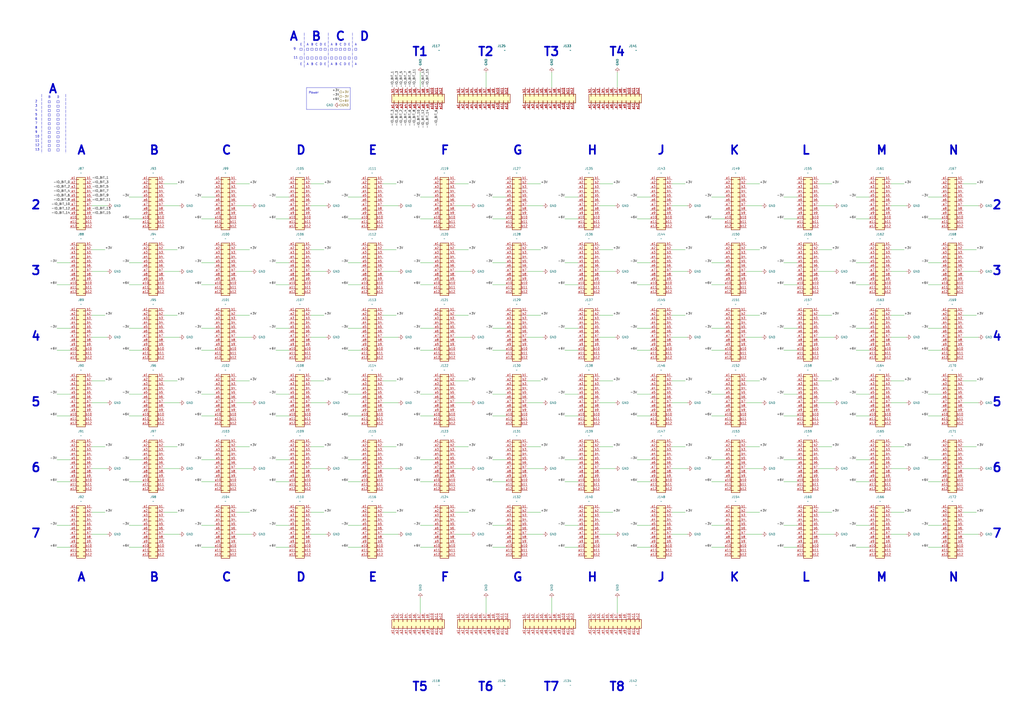
<source format=kicad_sch>
(kicad_sch (version 20211123) (generator eeschema)
  (paper "A2")
  (polyline (pts (xy 180.34 33.02) (xy 181.61 33.02)) (stroke (width 0) (type solid)))
  (polyline (pts (xy 27.94 73.66) (xy 27.94 74.93)) (stroke (width 0) (type solid)))
  (wire (pts (xy 389.89 195.58) (xy 398.78 195.58)))
  (wire (pts (xy 412.75 228.6) (xy 420.37 228.6)))
  (polyline (pts (xy 196.85 27.94) (xy 198.12 27.94)) (stroke (width 0) (type solid)))
  (polyline (pts (xy 27.94 69.85) (xy 29.21 69.85)) (stroke (width 0) (type solid)))
  (wire (pts (xy 474.98 144.78) (xy 482.6 144.78)))
  (wire (pts (xy 347.98 271.78) (xy 356.87 271.78)))
  (wire (pts (xy 180.34 106.68) (xy 187.96 106.68)))
  (wire (pts (xy 369.57 114.3) (xy 377.19 114.3)))
  (wire (pts (xy 137.16 157.48) (xy 146.05 157.48)))
  (wire (pts (xy 116.84 228.6) (xy 124.46 228.6)))
  (wire (pts (xy 306.07 271.78) (xy 314.96 271.78)))
  (polyline (pts (xy 29.21 74.93) (xy 29.21 73.66)) (stroke (width 0) (type solid)))
  (wire (pts (xy 320.04 50.8) (xy 320.04 41.91)))
  (wire (pts (xy 285.75 228.6) (xy 293.37 228.6)))
  (wire (pts (xy 306.07 144.78) (xy 313.69 144.78)))
  (polyline (pts (xy 182.88 27.94) (xy 184.15 27.94)) (stroke (width 0) (type solid)))
  (wire (pts (xy 137.16 271.78) (xy 146.05 271.78)))
  (wire (pts (xy 306.07 106.68) (xy 313.69 106.68)))
  (wire (pts (xy 116.84 114.3) (xy 124.46 114.3)))
  (polyline (pts (xy 33.02 69.85) (xy 34.29 69.85)) (stroke (width 0) (type solid)))
  (wire (pts (xy 412.75 114.3) (xy 420.37 114.3)))
  (wire (pts (xy 264.16 157.48) (xy 273.05 157.48)))
  (wire (pts (xy 201.93 228.6) (xy 209.55 228.6)))
  (wire (pts (xy 496.57 279.4) (xy 504.19 279.4)))
  (wire (pts (xy 160.02 203.2) (xy 167.64 203.2)))
  (wire (pts (xy 264.16 297.18) (xy 271.78 297.18)))
  (wire (pts (xy 454.66 228.6) (xy 462.28 228.6)))
  (wire (pts (xy 243.84 317.5) (xy 251.46 317.5)))
  (polyline (pts (xy 196.85 33.02) (xy 198.12 33.02)) (stroke (width 0) (type solid)))
  (wire (pts (xy 558.8 182.88) (xy 566.42 182.88)))
  (wire (pts (xy 243.84 241.3) (xy 251.46 241.3)))
  (polyline (pts (xy 205.74 29.21) (xy 207.01 29.21)) (stroke (width 0) (type solid)))
  (wire (pts (xy 137.16 233.68) (xy 146.05 233.68)))
  (wire (pts (xy 53.34 297.18) (xy 60.96 297.18)))
  (polyline (pts (xy 200.66 34.29) (xy 200.66 33.02)) (stroke (width 0) (type solid)))
  (polyline (pts (xy 205.74 34.29) (xy 207.01 34.29)) (stroke (width 0) (type solid)))
  (polyline (pts (xy 175.26 29.21) (xy 175.26 27.94)) (stroke (width 0) (type solid)))
  (wire (pts (xy 306.07 233.68) (xy 314.96 233.68)))
  (wire (pts (xy 285.75 279.4) (xy 293.37 279.4)))
  (polyline (pts (xy 29.21 59.69) (xy 29.21 58.42)) (stroke (width 0) (type solid)))
  (wire (pts (xy 538.48 279.4) (xy 546.1 279.4)))
  (wire (pts (xy 53.34 233.68) (xy 62.23 233.68)))
  (wire (pts (xy 285.75 241.3) (xy 293.37 241.3)))
  (polyline (pts (xy 199.39 29.21) (xy 200.66 29.21)) (stroke (width 0) (type solid)))
  (wire (pts (xy 74.93 152.4) (xy 82.55 152.4)))
  (wire (pts (xy 160.02 266.7) (xy 167.64 266.7)))
  (wire (pts (xy 433.07 182.88) (xy 440.69 182.88)))
  (wire (pts (xy 412.75 127) (xy 420.37 127)))
  (wire (pts (xy 327.66 228.6) (xy 335.28 228.6)))
  (polyline (pts (xy 33.02 72.39) (xy 34.29 72.39)) (stroke (width 0) (type solid)))
  (polyline (pts (xy 33.02 68.58) (xy 34.29 68.58)) (stroke (width 0) (type solid)))
  (wire (pts (xy 264.16 271.78) (xy 273.05 271.78)))
  (wire (pts (xy 33.02 304.8) (xy 40.64 304.8)))
  (wire (pts (xy 558.8 119.38) (xy 567.69 119.38)))
  (polyline (pts (xy 177.8 33.02) (xy 179.07 33.02)) (stroke (width 0) (type solid)))
  (polyline (pts (xy 201.93 29.21) (xy 203.2 29.21)) (stroke (width 0) (type solid)))
  (wire (pts (xy 516.89 309.88) (xy 525.78 309.88)))
  (polyline (pts (xy 27.94 86.36) (xy 29.21 86.36)) (stroke (width 0) (type solid)))
  (wire (pts (xy 347.98 182.88) (xy 355.6 182.88)))
  (wire (pts (xy 160.02 317.5) (xy 167.64 317.5)))
  (wire (pts (xy 243.84 152.4) (xy 251.46 152.4)))
  (polyline (pts (xy 191.77 27.94) (xy 191.77 29.21)) (stroke (width 0) (type solid)))
  (polyline (pts (xy 27.94 83.82) (xy 27.94 85.09)) (stroke (width 0) (type solid)))
  (wire (pts (xy 412.75 203.2) (xy 420.37 203.2)))
  (polyline (pts (xy 187.96 29.21) (xy 189.23 29.21)) (stroke (width 0) (type solid)))
  (polyline (pts (xy 180.34 34.29) (xy 181.61 34.29)) (stroke (width 0) (type solid)))
  (wire (pts (xy 285.75 317.5) (xy 293.37 317.5)))
  (polyline (pts (xy 34.29 80.01) (xy 34.29 78.74)) (stroke (width 0) (type solid)))
  (wire (pts (xy 306.07 259.08) (xy 313.69 259.08)))
  (polyline (pts (xy 205.74 33.02) (xy 207.01 33.02)) (stroke (width 0) (type solid)))
  (wire (pts (xy 558.8 297.18) (xy 566.42 297.18)))
  (polyline (pts (xy 207.01 29.21) (xy 207.01 27.94)) (stroke (width 0) (type solid)))
  (wire (pts (xy 412.75 241.3) (xy 420.37 241.3)))
  (wire (pts (xy 412.75 304.8) (xy 420.37 304.8)))
  (wire (pts (xy 180.34 259.08) (xy 187.96 259.08)))
  (polyline (pts (xy 33.02 81.28) (xy 34.29 81.28)) (stroke (width 0) (type solid)))
  (wire (pts (xy 264.16 309.88) (xy 273.05 309.88)))
  (polyline (pts (xy 27.94 77.47) (xy 29.21 77.47)) (stroke (width 0) (type solid)))
  (polyline (pts (xy 175.26 34.29) (xy 175.26 33.02)) (stroke (width 0) (type solid)))
  (wire (pts (xy 74.93 165.1) (xy 82.55 165.1)))
  (polyline (pts (xy 180.34 29.21) (xy 181.61 29.21)) (stroke (width 0) (type solid)))
  (wire (pts (xy 306.07 309.88) (xy 314.96 309.88)))
  (polyline (pts (xy 27.94 63.5) (xy 27.94 64.77)) (stroke (width 0) (type solid)))
  (polyline (pts (xy 187.96 33.02) (xy 187.96 34.29)) (stroke (width 0) (type solid)))
  (polyline (pts (xy 33.02 58.42) (xy 33.02 59.69)) (stroke (width 0) (type solid)))
  (polyline (pts (xy 181.61 29.21) (xy 181.61 27.94)) (stroke (width 0) (type solid)))
  (polyline (pts (xy 191.77 34.29) (xy 193.04 34.29)) (stroke (width 0) (type solid)))
  (wire (pts (xy 222.25 182.88) (xy 229.87 182.88)))
  (wire (pts (xy 160.02 127) (xy 167.64 127)))
  (wire (pts (xy 243.84 228.6) (xy 251.46 228.6)))
  (wire (pts (xy 306.07 297.18) (xy 313.69 297.18)))
  (wire (pts (xy 369.57 279.4) (xy 377.19 279.4)))
  (wire (pts (xy 306.07 195.58) (xy 314.96 195.58)))
  (wire (pts (xy 496.57 266.7) (xy 504.19 266.7)))
  (polyline (pts (xy 29.21 69.85) (xy 29.21 68.58)) (stroke (width 0) (type solid)))
  (wire (pts (xy 264.16 144.78) (xy 271.78 144.78)))
  (polyline (pts (xy 177.8 29.21) (xy 179.07 29.21)) (stroke (width 0) (type solid)))
  (polyline (pts (xy 27.94 64.77) (xy 29.21 64.77)) (stroke (width 0) (type solid)))
  (polyline (pts (xy 33.02 74.93) (xy 34.29 74.93)) (stroke (width 0) (type solid)))
  (wire (pts (xy 264.16 195.58) (xy 273.05 195.58)))
  (wire (pts (xy 389.89 309.88) (xy 398.78 309.88)))
  (wire (pts (xy 33.02 190.5) (xy 40.64 190.5)))
  (wire (pts (xy 243.84 355.6) (xy 243.84 346.71)))
  (polyline (pts (xy 185.42 33.02) (xy 185.42 34.29)) (stroke (width 0) (type solid)))
  (polyline (pts (xy 203.2 29.21) (xy 203.2 27.94)) (stroke (width 0) (type solid)))
  (wire (pts (xy 369.57 152.4) (xy 377.19 152.4)))
  (polyline (pts (xy 203.2 63.5) (xy 177.8 63.5)) (stroke (width 0) (type solid)))
  (polyline (pts (xy 33.02 66.04) (xy 33.02 67.31)) (stroke (width 0) (type solid)))
  (wire (pts (xy 412.75 165.1) (xy 420.37 165.1)))
  (wire (pts (xy 95.25 119.38) (xy 104.14 119.38)))
  (wire (pts (xy 116.84 127) (xy 124.46 127)))
  (wire (pts (xy 285.75 127) (xy 293.37 127)))
  (wire (pts (xy 454.66 266.7) (xy 462.28 266.7)))
  (wire (pts (xy 160.02 279.4) (xy 167.64 279.4)))
  (wire (pts (xy 347.98 195.58) (xy 356.87 195.58)))
  (wire (pts (xy 327.66 152.4) (xy 335.28 152.4)))
  (wire (pts (xy 222.25 195.58) (xy 231.14 195.58)))
  (wire (pts (xy 516.89 119.38) (xy 525.78 119.38)))
  (wire (pts (xy 222.25 119.38) (xy 231.14 119.38)))
  (wire (pts (xy 95.25 182.88) (xy 102.87 182.88)))
  (wire (pts (xy 264.16 119.38) (xy 273.05 119.38)))
  (polyline (pts (xy 29.21 64.77) (xy 29.21 63.5)) (stroke (width 0) (type solid)))
  (polyline (pts (xy 33.02 76.2) (xy 33.02 77.47)) (stroke (width 0) (type solid)))
  (wire (pts (xy 285.75 114.3) (xy 293.37 114.3)))
  (wire (pts (xy 474.98 195.58) (xy 483.87 195.58)))
  (polyline (pts (xy 180.34 33.02) (xy 180.34 34.29)) (stroke (width 0) (type solid)))
  (wire (pts (xy 474.98 220.98) (xy 482.6 220.98)))
  (wire (pts (xy 389.89 271.78) (xy 398.78 271.78)))
  (polyline (pts (xy 203.2 34.29) (xy 203.2 33.02)) (stroke (width 0) (type solid)))
  (polyline (pts (xy 177.8 27.94) (xy 177.8 29.21)) (stroke (width 0) (type solid)))
  (wire (pts (xy 137.16 195.58) (xy 146.05 195.58)))
  (polyline (pts (xy 33.02 76.2) (xy 34.29 76.2)) (stroke (width 0) (type solid)))
  (wire (pts (xy 74.93 190.5) (xy 82.55 190.5)))
  (wire (pts (xy 369.57 317.5) (xy 377.19 317.5)))
  (polyline (pts (xy 207.01 34.29) (xy 207.01 33.02)) (stroke (width 0) (type solid)))
  (wire (pts (xy 454.66 190.5) (xy 462.28 190.5)))
  (polyline (pts (xy 34.29 69.85) (xy 34.29 68.58)) (stroke (width 0) (type solid)))
  (wire (pts (xy 243.84 127) (xy 251.46 127)))
  (wire (pts (xy 412.75 317.5) (xy 420.37 317.5)))
  (wire (pts (xy 264.16 106.68) (xy 271.78 106.68)))
  (polyline (pts (xy 27.94 81.28) (xy 27.94 82.55)) (stroke (width 0) (type solid)))
  (polyline (pts (xy 27.94 83.82) (xy 29.21 83.82)) (stroke (width 0) (type solid)))
  (wire (pts (xy 516.89 297.18) (xy 524.51 297.18)))
  (polyline (pts (xy 33.02 85.09) (xy 34.29 85.09)) (stroke (width 0) (type solid)))
  (polyline (pts (xy 33.02 68.58) (xy 33.02 69.85)) (stroke (width 0) (type solid)))
  (wire (pts (xy 496.57 228.6) (xy 504.19 228.6)))
  (wire (pts (xy 180.34 119.38) (xy 189.23 119.38)))
  (polyline (pts (xy 27.94 78.74) (xy 27.94 80.01)) (stroke (width 0) (type solid)))
  (polyline (pts (xy 27.94 74.93) (xy 29.21 74.93)) (stroke (width 0) (type solid)))
  (wire (pts (xy 201.93 266.7) (xy 209.55 266.7)))
  (polyline (pts (xy 182.88 33.02) (xy 184.15 33.02)) (stroke (width 0) (type solid)))
  (wire (pts (xy 538.48 127) (xy 546.1 127)))
  (wire (pts (xy 306.07 119.38) (xy 314.96 119.38)))
  (polyline (pts (xy 27.94 82.55) (xy 29.21 82.55)) (stroke (width 0) (type solid)))
  (wire (pts (xy 496.57 241.3) (xy 504.19 241.3)))
  (wire (pts (xy 347.98 220.98) (xy 355.6 220.98)))
  (wire (pts (xy 201.93 317.5) (xy 209.55 317.5)))
  (wire (pts (xy 327.66 165.1) (xy 335.28 165.1)))
  (polyline (pts (xy 177.8 33.02) (xy 177.8 34.29)) (stroke (width 0) (type solid)))
  (wire (pts (xy 496.57 127) (xy 504.19 127)))
  (polyline (pts (xy 173.99 33.02) (xy 173.99 34.29)) (stroke (width 0) (type solid)))
  (wire (pts (xy 474.98 309.88) (xy 483.87 309.88)))
  (wire (pts (xy 137.16 182.88) (xy 144.78 182.88)))
  (wire (pts (xy 53.34 195.58) (xy 62.23 195.58)))
  (wire (pts (xy 474.98 259.08) (xy 482.6 259.08)))
  (polyline (pts (xy 186.69 34.29) (xy 186.69 33.02)) (stroke (width 0) (type solid)))
  (wire (pts (xy 53.34 119.38) (xy 62.23 119.38)))
  (wire (pts (xy 116.84 203.2) (xy 124.46 203.2)))
  (polyline (pts (xy 33.02 62.23) (xy 34.29 62.23)) (stroke (width 0) (type solid)))
  (polyline (pts (xy 200.66 29.21) (xy 200.66 27.94)) (stroke (width 0) (type solid)))
  (wire (pts (xy 281.94 355.6) (xy 281.94 346.71)))
  (polyline (pts (xy 29.21 80.01) (xy 29.21 78.74)) (stroke (width 0) (type solid)))
  (wire (pts (xy 264.16 220.98) (xy 271.78 220.98)))
  (polyline (pts (xy 27.94 60.96) (xy 27.94 62.23)) (stroke (width 0) (type solid)))
  (wire (pts (xy 389.89 119.38) (xy 398.78 119.38)))
  (polyline (pts (xy 187.96 34.29) (xy 189.23 34.29)) (stroke (width 0) (type solid)))
  (wire (pts (xy 327.66 114.3) (xy 335.28 114.3)))
  (polyline (pts (xy 201.93 27.94) (xy 203.2 27.94)) (stroke (width 0) (type solid)))
  (polyline (pts (xy 33.02 60.96) (xy 33.02 62.23)) (stroke (width 0) (type solid)))
  (wire (pts (xy 53.34 271.78) (xy 62.23 271.78)))
  (wire (pts (xy 516.89 271.78) (xy 525.78 271.78)))
  (polyline (pts (xy 194.31 27.94) (xy 194.31 29.21)) (stroke (width 0) (type solid)))
  (wire (pts (xy 389.89 220.98) (xy 397.51 220.98)))
  (polyline (pts (xy 185.42 34.29) (xy 186.69 34.29)) (stroke (width 0) (type solid)))
  (wire (pts (xy 160.02 228.6) (xy 167.64 228.6)))
  (polyline (pts (xy 29.21 67.31) (xy 29.21 66.04)) (stroke (width 0) (type solid)))
  (wire (pts (xy 558.8 220.98) (xy 566.42 220.98)))
  (polyline (pts (xy 33.02 64.77) (xy 34.29 64.77)) (stroke (width 0) (type solid)))
  (polyline (pts (xy 27.94 76.2) (xy 29.21 76.2)) (stroke (width 0) (type solid)))
  (polyline (pts (xy 33.02 81.28) (xy 33.02 82.55)) (stroke (width 0) (type solid)))
  (polyline (pts (xy 180.34 27.94) (xy 180.34 29.21)) (stroke (width 0) (type solid)))
  (wire (pts (xy 243.84 165.1) (xy 251.46 165.1)))
  (polyline (pts (xy 177.8 50.8) (xy 203.2 50.8)) (stroke (width 0) (type solid)))
  (wire (pts (xy 433.07 259.08) (xy 440.69 259.08)))
  (polyline (pts (xy 33.02 63.5) (xy 33.02 64.77)) (stroke (width 0) (type solid)))
  (polyline (pts (xy 187.96 33.02) (xy 189.23 33.02)) (stroke (width 0) (type solid)))
  (wire (pts (xy 306.07 220.98) (xy 313.69 220.98)))
  (polyline (pts (xy 191.77 33.02) (xy 191.77 34.29)) (stroke (width 0) (type solid)))
  (wire (pts (xy 201.93 203.2) (xy 209.55 203.2)))
  (polyline (pts (xy 184.15 34.29) (xy 184.15 33.02)) (stroke (width 0) (type solid)))
  (wire (pts (xy 243.84 50.8) (xy 243.84 41.91)))
  (wire (pts (xy 180.34 233.68) (xy 189.23 233.68)))
  (polyline (pts (xy 203.2 50.8) (xy 203.2 63.5)) (stroke (width 0) (type solid)))
  (polyline (pts (xy 191.77 33.02) (xy 193.04 33.02)) (stroke (width 0) (type solid)))
  (polyline (pts (xy 29.21 72.39) (xy 29.21 71.12)) (stroke (width 0) (type solid)))
  (polyline (pts (xy 182.88 34.29) (xy 184.15 34.29)) (stroke (width 0) (type solid)))
  (polyline (pts (xy 199.39 33.02) (xy 200.66 33.02)) (stroke (width 0) (type solid)))
  (wire (pts (xy 160.02 304.8) (xy 167.64 304.8)))
  (wire (pts (xy 201.93 190.5) (xy 209.55 190.5)))
  (wire (pts (xy 53.34 182.88) (xy 60.96 182.88)))
  (wire (pts (xy 389.89 106.68) (xy 397.51 106.68)))
  (polyline (pts (xy 189.23 29.21) (xy 189.23 27.94)) (stroke (width 0) (type solid)))
  (wire (pts (xy 454.66 241.3) (xy 462.28 241.3)))
  (polyline (pts (xy 27.94 86.36) (xy 27.94 87.63)) (stroke (width 0) (type solid)))
  (wire (pts (xy 558.8 106.68) (xy 566.42 106.68)))
  (polyline (pts (xy 33.02 87.63) (xy 34.29 87.63)) (stroke (width 0) (type solid)))
  (wire (pts (xy 433.07 297.18) (xy 440.69 297.18)))
  (polyline (pts (xy 33.02 78.74) (xy 34.29 78.74)) (stroke (width 0) (type solid)))
  (polyline (pts (xy 182.88 29.21) (xy 184.15 29.21)) (stroke (width 0) (type solid)))
  (wire (pts (xy 201.93 241.3) (xy 209.55 241.3)))
  (wire (pts (xy 538.48 203.2) (xy 546.1 203.2)))
  (wire (pts (xy 222.25 271.78) (xy 231.14 271.78)))
  (polyline (pts (xy 194.31 34.29) (xy 195.58 34.29)) (stroke (width 0) (type solid)))
  (polyline (pts (xy 34.29 74.93) (xy 34.29 73.66)) (stroke (width 0) (type solid)))
  (polyline (pts (xy 184.15 29.21) (xy 184.15 27.94)) (stroke (width 0) (type solid)))
  (wire (pts (xy 160.02 114.3) (xy 167.64 114.3)))
  (polyline (pts (xy 29.21 82.55) (xy 29.21 81.28)) (stroke (width 0) (type solid)))
  (polyline (pts (xy 33.02 67.31) (xy 34.29 67.31)) (stroke (width 0) (type solid)))
  (wire (pts (xy 347.98 233.68) (xy 356.87 233.68)))
  (polyline (pts (xy 27.94 76.2) (xy 27.94 77.47)) (stroke (width 0) (type solid)))
  (wire (pts (xy 33.02 279.4) (xy 40.64 279.4)))
  (polyline (pts (xy 34.29 87.63) (xy 34.29 86.36)) (stroke (width 0) (type solid)))
  (wire (pts (xy 74.93 241.3) (xy 82.55 241.3)))
  (polyline (pts (xy 33.02 73.66) (xy 33.02 74.93)) (stroke (width 0) (type solid)))
  (polyline (pts (xy 33.02 86.36) (xy 33.02 87.63)) (stroke (width 0) (type solid)))
  (polyline (pts (xy 193.04 34.29) (xy 193.04 33.02)) (stroke (width 0) (type solid)))
  (polyline (pts (xy 33.02 58.42) (xy 34.29 58.42)) (stroke (width 0) (type solid)))
  (wire (pts (xy 180.34 144.78) (xy 187.96 144.78)))
  (wire (pts (xy 369.57 304.8) (xy 377.19 304.8)))
  (polyline (pts (xy 177.8 34.29) (xy 179.07 34.29)) (stroke (width 0) (type solid)))
  (wire (pts (xy 433.07 195.58) (xy 441.96 195.58)))
  (wire (pts (xy 95.25 106.68) (xy 102.87 106.68)))
  (polyline (pts (xy 199.39 27.94) (xy 200.66 27.94)) (stroke (width 0) (type solid)))
  (polyline (pts (xy 189.23 34.29) (xy 189.23 33.02)) (stroke (width 0) (type solid)))
  (wire (pts (xy 243.84 279.4) (xy 251.46 279.4)))
  (polyline (pts (xy 191.77 27.94) (xy 193.04 27.94)) (stroke (width 0) (type solid)))
  (wire (pts (xy 95.25 297.18) (xy 102.87 297.18)))
  (polyline (pts (xy 27.94 73.66) (xy 29.21 73.66)) (stroke (width 0) (type solid)))
  (wire (pts (xy 53.34 144.78) (xy 60.96 144.78)))
  (polyline (pts (xy 27.94 72.39) (xy 29.21 72.39)) (stroke (width 0) (type solid)))
  (wire (pts (xy 201.93 152.4) (xy 209.55 152.4)))
  (wire (pts (xy 180.34 309.88) (xy 189.23 309.88)))
  (wire (pts (xy 496.57 317.5) (xy 504.19 317.5)))
  (polyline (pts (xy 33.02 71.12) (xy 34.29 71.12)) (stroke (width 0) (type solid)))
  (wire (pts (xy 369.57 165.1) (xy 377.19 165.1)))
  (wire (pts (xy 347.98 157.48) (xy 356.87 157.48)))
  (wire (pts (xy 496.57 203.2) (xy 504.19 203.2)))
  (wire (pts (xy 516.89 220.98) (xy 524.51 220.98)))
  (wire (pts (xy 160.02 165.1) (xy 167.64 165.1)))
  (wire (pts (xy 538.48 190.5) (xy 546.1 190.5)))
  (wire (pts (xy 454.66 127) (xy 462.28 127)))
  (wire (pts (xy 137.16 220.98) (xy 144.78 220.98)))
  (polyline (pts (xy 27.94 81.28) (xy 29.21 81.28)) (stroke (width 0) (type solid)))
  (wire (pts (xy 474.98 157.48) (xy 483.87 157.48)))
  (wire (pts (xy 285.75 165.1) (xy 293.37 165.1)))
  (wire (pts (xy 389.89 157.48) (xy 398.78 157.48)))
  (wire (pts (xy 95.25 259.08) (xy 102.87 259.08)))
  (wire (pts (xy 285.75 304.8) (xy 293.37 304.8)))
  (polyline (pts (xy 34.29 85.09) (xy 34.29 83.82)) (stroke (width 0) (type solid)))
  (polyline (pts (xy 33.02 78.74) (xy 33.02 80.01)) (stroke (width 0) (type solid)))
  (wire (pts (xy 516.89 157.48) (xy 525.78 157.48)))
  (polyline (pts (xy 33.02 77.47) (xy 34.29 77.47)) (stroke (width 0) (type solid)))
  (wire (pts (xy 454.66 165.1) (xy 462.28 165.1)))
  (wire (pts (xy 496.57 165.1) (xy 504.19 165.1)))
  (wire (pts (xy 95.25 220.98) (xy 102.87 220.98)))
  (polyline (pts (xy 199.39 27.94) (xy 199.39 29.21)) (stroke (width 0) (type solid)))
  (wire (pts (xy 538.48 228.6) (xy 546.1 228.6)))
  (polyline (pts (xy 176.53 19.05) (xy 176.53 39.37)))
  (wire (pts (xy 116.84 241.3) (xy 124.46 241.3)))
  (wire (pts (xy 558.8 309.88) (xy 567.69 309.88)))
  (polyline (pts (xy 201.93 33.02) (xy 203.2 33.02)) (stroke (width 0) (type solid)))
  (wire (pts (xy 433.07 309.88) (xy 441.96 309.88)))
  (wire (pts (xy 95.25 144.78) (xy 102.87 144.78)))
  (wire (pts (xy 306.07 182.88) (xy 313.69 182.88)))
  (polyline (pts (xy 185.42 27.94) (xy 186.69 27.94)) (stroke (width 0) (type solid)))
  (polyline (pts (xy 180.34 27.94) (xy 181.61 27.94)) (stroke (width 0) (type solid)))
  (polyline (pts (xy 177.8 63.5) (xy 177.8 50.8)) (stroke (width 0) (type solid)))
  (wire (pts (xy 320.04 355.6) (xy 320.04 346.71)))
  (wire (pts (xy 180.34 195.58) (xy 189.23 195.58)))
  (wire (pts (xy 95.25 195.58) (xy 104.14 195.58)))
  (polyline (pts (xy 34.29 62.23) (xy 34.29 60.96)) (stroke (width 0) (type solid)))
  (wire (pts (xy 327.66 127) (xy 335.28 127)))
  (wire (pts (xy 180.34 220.98) (xy 187.96 220.98)))
  (wire (pts (xy 306.07 157.48) (xy 314.96 157.48)))
  (polyline (pts (xy 187.96 27.94) (xy 187.96 29.21)) (stroke (width 0) (type solid)))
  (wire (pts (xy 201.93 127) (xy 209.55 127)))
  (wire (pts (xy 180.34 297.18) (xy 187.96 297.18)))
  (wire (pts (xy 33.02 165.1) (xy 40.64 165.1)))
  (wire (pts (xy 474.98 271.78) (xy 483.87 271.78)))
  (polyline (pts (xy 179.07 29.21) (xy 179.07 27.94)) (stroke (width 0) (type solid)))
  (wire (pts (xy 264.16 233.68) (xy 273.05 233.68)))
  (wire (pts (xy 264.16 259.08) (xy 271.78 259.08)))
  (wire (pts (xy 496.57 114.3) (xy 504.19 114.3)))
  (wire (pts (xy 95.25 233.68) (xy 104.14 233.68)))
  (wire (pts (xy 74.93 228.6) (xy 82.55 228.6)))
  (wire (pts (xy 116.84 190.5) (xy 124.46 190.5)))
  (wire (pts (xy 558.8 144.78) (xy 566.42 144.78)))
  (wire (pts (xy 33.02 203.2) (xy 40.64 203.2)))
  (wire (pts (xy 281.94 50.8) (xy 281.94 41.91)))
  (wire (pts (xy 538.48 304.8) (xy 546.1 304.8)))
  (wire (pts (xy 33.02 241.3) (xy 40.64 241.3)))
  (polyline (pts (xy 205.74 27.94) (xy 205.74 29.21)) (stroke (width 0) (type solid)))
  (wire (pts (xy 53.34 309.88) (xy 62.23 309.88)))
  (polyline (pts (xy 27.94 67.31) (xy 29.21 67.31)) (stroke (width 0) (type solid)))
  (polyline (pts (xy 201.93 27.94) (xy 201.93 29.21)) (stroke (width 0) (type solid)))
  (polyline (pts (xy 33.02 63.5) (xy 34.29 63.5)) (stroke (width 0) (type solid)))
  (wire (pts (xy 496.57 190.5) (xy 504.19 190.5)))
  (wire (pts (xy 33.02 152.4) (xy 40.64 152.4)))
  (wire (pts (xy 389.89 144.78) (xy 397.51 144.78)))
  (wire (pts (xy 222.25 106.68) (xy 229.87 106.68)))
  (wire (pts (xy 74.93 317.5) (xy 82.55 317.5)))
  (wire (pts (xy 116.84 165.1) (xy 124.46 165.1)))
  (polyline (pts (xy 205.74 27.94) (xy 207.01 27.94)) (stroke (width 0) (type solid)))
  (wire (pts (xy 433.07 233.68) (xy 441.96 233.68)))
  (wire (pts (xy 369.57 127) (xy 377.19 127)))
  (polyline (pts (xy 204.47 19.05) (xy 204.47 39.37)))
  (wire (pts (xy 516.89 195.58) (xy 525.78 195.58)))
  (polyline (pts (xy 27.94 71.12) (xy 29.21 71.12)) (stroke (width 0) (type solid)))
  (polyline (pts (xy 185.42 27.94) (xy 185.42 29.21)) (stroke (width 0) (type solid)))
  (wire (pts (xy 160.02 241.3) (xy 167.64 241.3)))
  (wire (pts (xy 327.66 241.3) (xy 335.28 241.3)))
  (polyline (pts (xy 24.13 54.61) (xy 24.13 88.9)))
  (wire (pts (xy 33.02 266.7) (xy 40.64 266.7)))
  (wire (pts (xy 474.98 106.68) (xy 482.6 106.68)))
  (polyline (pts (xy 27.94 59.69) (xy 29.21 59.69)) (stroke (width 0) (type solid)))
  (polyline (pts (xy 33.02 83.82) (xy 33.02 85.09)) (stroke (width 0) (type solid)))
  (polyline (pts (xy 27.94 60.96) (xy 29.21 60.96)) (stroke (width 0) (type solid)))
  (wire (pts (xy 538.48 165.1) (xy 546.1 165.1)))
  (wire (pts (xy 222.25 220.98) (xy 229.87 220.98)))
  (wire (pts (xy 137.16 106.68) (xy 144.78 106.68)))
  (wire (pts (xy 454.66 317.5) (xy 462.28 317.5)))
  (polyline (pts (xy 196.85 29.21) (xy 198.12 29.21)) (stroke (width 0) (type solid)))
  (wire (pts (xy 201.93 304.8) (xy 209.55 304.8)))
  (wire (pts (xy 474.98 119.38) (xy 483.87 119.38)))
  (wire (pts (xy 538.48 317.5) (xy 546.1 317.5)))
  (wire (pts (xy 74.93 127) (xy 82.55 127)))
  (polyline (pts (xy 173.99 29.21) (xy 175.26 29.21)) (stroke (width 0) (type solid)))
  (wire (pts (xy 327.66 279.4) (xy 335.28 279.4)))
  (polyline (pts (xy 194.31 33.02) (xy 194.31 34.29)) (stroke (width 0) (type solid)))
  (wire (pts (xy 74.93 279.4) (xy 82.55 279.4)))
  (wire (pts (xy 222.25 144.78) (xy 229.87 144.78)))
  (polyline (pts (xy 198.12 29.21) (xy 198.12 27.94)) (stroke (width 0) (type solid)))
  (wire (pts (xy 201.93 279.4) (xy 209.55 279.4)))
  (wire (pts (xy 222.25 157.48) (xy 231.14 157.48)))
  (wire (pts (xy 369.57 203.2) (xy 377.19 203.2)))
  (wire (pts (xy 474.98 297.18) (xy 482.6 297.18)))
  (polyline (pts (xy 34.29 64.77) (xy 34.29 63.5)) (stroke (width 0) (type solid)))
  (polyline (pts (xy 33.02 66.04) (xy 34.29 66.04)) (stroke (width 0) (type solid)))
  (wire (pts (xy 558.8 271.78) (xy 567.69 271.78)))
  (polyline (pts (xy 27.94 71.12) (xy 27.94 72.39)) (stroke (width 0) (type solid)))
  (wire (pts (xy 538.48 266.7) (xy 546.1 266.7)))
  (wire (pts (xy 95.25 309.88) (xy 104.14 309.88)))
  (wire (pts (xy 243.84 203.2) (xy 251.46 203.2)))
  (wire (pts (xy 454.66 152.4) (xy 462.28 152.4)))
  (wire (pts (xy 137.16 259.08) (xy 144.78 259.08)))
  (wire (pts (xy 137.16 144.78) (xy 144.78 144.78)))
  (polyline (pts (xy 198.12 34.29) (xy 198.12 33.02)) (stroke (width 0) (type solid)))
  (polyline (pts (xy 182.88 33.02) (xy 182.88 34.29)) (stroke (width 0) (type solid)))
  (wire (pts (xy 327.66 317.5) (xy 335.28 317.5)))
  (polyline (pts (xy 33.02 71.12) (xy 33.02 72.39)) (stroke (width 0) (type solid)))
  (wire (pts (xy 454.66 304.8) (xy 462.28 304.8)))
  (wire (pts (xy 347.98 259.08) (xy 355.6 259.08)))
  (polyline (pts (xy 34.29 72.39) (xy 34.29 71.12)) (stroke (width 0) (type solid)))
  (polyline (pts (xy 34.29 59.69) (xy 34.29 58.42)) (stroke (width 0) (type solid)))
  (polyline (pts (xy 33.02 73.66) (xy 34.29 73.66)) (stroke (width 0) (type solid)))
  (polyline (pts (xy 27.94 68.58) (xy 27.94 69.85)) (stroke (width 0) (type solid)))
  (polyline (pts (xy 34.29 77.47) (xy 34.29 76.2)) (stroke (width 0) (type solid)))
  (wire (pts (xy 137.16 119.38) (xy 146.05 119.38)))
  (wire (pts (xy 558.8 195.58) (xy 567.69 195.58)))
  (polyline (pts (xy 173.99 27.94) (xy 173.99 29.21)) (stroke (width 0) (type solid)))
  (wire (pts (xy 53.34 259.08) (xy 60.96 259.08)))
  (polyline (pts (xy 27.94 68.58) (xy 29.21 68.58)) (stroke (width 0) (type solid)))
  (wire (pts (xy 347.98 119.38) (xy 356.87 119.38)))
  (polyline (pts (xy 177.8 27.94) (xy 179.07 27.94)) (stroke (width 0) (type solid)))
  (polyline (pts (xy 201.93 33.02) (xy 201.93 34.29)) (stroke (width 0) (type solid)))
  (polyline (pts (xy 187.96 27.94) (xy 189.23 27.94)) (stroke (width 0) (type solid)))
  (wire (pts (xy 558.8 157.48) (xy 567.69 157.48)))
  (polyline (pts (xy 33.02 59.69) (xy 34.29 59.69)) (stroke (width 0) (type solid)))
  (polyline (pts (xy 190.5 19.05) (xy 190.5 39.37)))
  (polyline (pts (xy 173.99 34.29) (xy 175.26 34.29)) (stroke (width 0) (type solid)))
  (wire (pts (xy 516.89 259.08) (xy 524.51 259.08)))
  (wire (pts (xy 264.16 182.88) (xy 271.78 182.88)))
  (wire (pts (xy 412.75 152.4) (xy 420.37 152.4)))
  (wire (pts (xy 95.25 271.78) (xy 104.14 271.78)))
  (wire (pts (xy 516.89 182.88) (xy 524.51 182.88)))
  (wire (pts (xy 160.02 190.5) (xy 167.64 190.5)))
  (polyline (pts (xy 33.02 60.96) (xy 34.29 60.96)) (stroke (width 0) (type solid)))
  (wire (pts (xy 474.98 233.68) (xy 483.87 233.68)))
  (wire (pts (xy 243.84 304.8) (xy 251.46 304.8)))
  (wire (pts (xy 369.57 241.3) (xy 377.19 241.3)))
  (polyline (pts (xy 27.94 80.01) (xy 29.21 80.01)) (stroke (width 0) (type solid)))
  (polyline (pts (xy 195.58 34.29) (xy 195.58 33.02)) (stroke (width 0) (type solid)))
  (wire (pts (xy 558.8 259.08) (xy 566.42 259.08)))
  (wire (pts (xy 496.57 304.8) (xy 504.19 304.8)))
  (wire (pts (xy 412.75 279.4) (xy 420.37 279.4)))
  (wire (pts (xy 412.75 190.5) (xy 420.37 190.5)))
  (polyline (pts (xy 195.58 29.21) (xy 195.58 27.94)) (stroke (width 0) (type solid)))
  (wire (pts (xy 74.93 114.3) (xy 82.55 114.3)))
  (wire (pts (xy 243.84 114.3) (xy 251.46 114.3)))
  (wire (pts (xy 74.93 203.2) (xy 82.55 203.2)))
  (wire (pts (xy 116.84 304.8) (xy 124.46 304.8)))
  (wire (pts (xy 243.84 266.7) (xy 251.46 266.7)))
  (polyline (pts (xy 173.99 33.02) (xy 175.26 33.02)) (stroke (width 0) (type solid)))
  (wire (pts (xy 358.14 50.8) (xy 358.14 41.91)))
  (wire (pts (xy 496.57 152.4) (xy 504.19 152.4)))
  (polyline (pts (xy 27.94 66.04) (xy 27.94 67.31)) (stroke (width 0) (type solid)))
  (polyline (pts (xy 196.85 27.94) (xy 196.85 29.21)) (stroke (width 0) (type solid)))
  (polyline (pts (xy 27.94 66.04) (xy 29.21 66.04)) (stroke (width 0) (type solid)))
  (polyline (pts (xy 29.21 62.23) (xy 29.21 60.96)) (stroke (width 0) (type solid)))
  (wire (pts (xy 201.93 165.1) (xy 209.55 165.1)))
  (wire (pts (xy 347.98 106.68) (xy 355.6 106.68)))
  (polyline (pts (xy 191.77 29.21) (xy 193.04 29.21)) (stroke (width 0) (type solid)))
  (wire (pts (xy 516.89 144.78) (xy 524.51 144.78)))
  (polyline (pts (xy 29.21 85.09) (xy 29.21 83.82)) (stroke (width 0) (type solid)))
  (wire (pts (xy 389.89 297.18) (xy 397.51 297.18)))
  (wire (pts (xy 180.34 182.88) (xy 187.96 182.88)))
  (wire (pts (xy 285.75 266.7) (xy 293.37 266.7)))
  (wire (pts (xy 74.93 266.7) (xy 82.55 266.7)))
  (polyline (pts (xy 34.29 82.55) (xy 34.29 81.28)) (stroke (width 0) (type solid)))
  (polyline (pts (xy 27.94 87.63) (xy 29.21 87.63)) (stroke (width 0) (type solid)))
  (polyline (pts (xy 193.04 29.21) (xy 193.04 27.94)) (stroke (width 0) (type solid)))
  (wire (pts (xy 285.75 152.4) (xy 293.37 152.4)))
  (polyline (pts (xy 38.1 54.61) (xy 38.1 88.9)))
  (polyline (pts (xy 185.42 33.02) (xy 186.69 33.02)) (stroke (width 0) (type solid)))
  (polyline (pts (xy 29.21 77.47) (xy 29.21 76.2)) (stroke (width 0) (type solid)))
  (wire (pts (xy 327.66 190.5) (xy 335.28 190.5)))
  (polyline (pts (xy 27.94 62.23) (xy 29.21 62.23)) (stroke (width 0) (type solid)))
  (wire (pts (xy 327.66 203.2) (xy 335.28 203.2)))
  (wire (pts (xy 95.25 157.48) (xy 104.14 157.48)))
  (polyline (pts (xy 27.94 58.42) (xy 29.21 58.42)) (stroke (width 0) (type solid)))
  (wire (pts (xy 33.02 317.5) (xy 40.64 317.5)))
  (wire (pts (xy 558.8 233.68) (xy 567.69 233.68)))
  (polyline (pts (xy 194.31 29.21) (xy 195.58 29.21)) (stroke (width 0) (type solid)))
  (polyline (pts (xy 29.21 87.63) (xy 29.21 86.36)) (stroke (width 0) (type solid)))
  (wire (pts (xy 433.07 144.78) (xy 440.69 144.78)))
  (polyline (pts (xy 181.61 34.29) (xy 181.61 33.02)) (stroke (width 0) (type solid)))
  (wire (pts (xy 222.25 233.68) (xy 231.14 233.68)))
  (wire (pts (xy 516.89 233.68) (xy 525.78 233.68)))
  (polyline (pts (xy 196.85 34.29) (xy 198.12 34.29)) (stroke (width 0) (type solid)))
  (wire (pts (xy 454.66 203.2) (xy 462.28 203.2)))
  (wire (pts (xy 327.66 304.8) (xy 335.28 304.8)))
  (wire (pts (xy 369.57 228.6) (xy 377.19 228.6)))
  (wire (pts (xy 389.89 259.08) (xy 397.51 259.08)))
  (wire (pts (xy 222.25 309.88) (xy 231.14 309.88)))
  (polyline (pts (xy 199.39 33.02) (xy 199.39 34.29)) (stroke (width 0) (type solid)))
  (wire (pts (xy 33.02 228.6) (xy 40.64 228.6)))
  (wire (pts (xy 180.34 271.78) (xy 189.23 271.78)))
  (wire (pts (xy 347.98 297.18) (xy 355.6 297.18)))
  (wire (pts (xy 454.66 279.4) (xy 462.28 279.4)))
  (polyline (pts (xy 173.99 27.94) (xy 175.26 27.94)) (stroke (width 0) (type solid)))
  (polyline (pts (xy 27.94 63.5) (xy 29.21 63.5)) (stroke (width 0) (type solid)))
  (wire (pts (xy 116.84 279.4) (xy 124.46 279.4)))
  (polyline (pts (xy 205.74 33.02) (xy 205.74 34.29)) (stroke (width 0) (type solid)))
  (polyline (pts (xy 33.02 82.55) (xy 34.29 82.55)) (stroke (width 0) (type solid)))
  (wire (pts (xy 201.93 114.3) (xy 209.55 114.3)))
  (wire (pts (xy 369.57 190.5) (xy 377.19 190.5)))
  (polyline (pts (xy 34.29 67.31) (xy 34.29 66.04)) (stroke (width 0) (type solid)))
  (polyline (pts (xy 199.39 34.29) (xy 200.66 34.29)) (stroke (width 0) (type solid)))
  (wire (pts (xy 358.14 355.6) (xy 358.14 346.71)))
  (wire (pts (xy 474.98 182.88) (xy 482.6 182.88)))
  (wire (pts (xy 116.84 317.5) (xy 124.46 317.5)))
  (wire (pts (xy 180.34 157.48) (xy 189.23 157.48)))
  (wire (pts (xy 327.66 266.7) (xy 335.28 266.7)))
  (wire (pts (xy 243.84 190.5) (xy 251.46 190.5)))
  (polyline (pts (xy 27.94 58.42) (xy 27.94 59.69)) (stroke (width 0) (type solid)))
  (wire (pts (xy 433.07 271.78) (xy 441.96 271.78)))
  (wire (pts (xy 538.48 241.3) (xy 546.1 241.3)))
  (polyline (pts (xy 194.31 27.94) (xy 195.58 27.94)) (stroke (width 0) (type solid)))
  (polyline (pts (xy 179.07 34.29) (xy 179.07 33.02)) (stroke (width 0) (type solid)))
  (wire (pts (xy 454.66 114.3) (xy 462.28 114.3)))
  (polyline (pts (xy 182.88 27.94) (xy 182.88 29.21)) (stroke (width 0) (type solid)))
  (polyline (pts (xy 33.02 80.01) (xy 34.29 80.01)) (stroke (width 0) (type solid)))
  (polyline (pts (xy 196.85 33.02) (xy 196.85 34.29)) (stroke (width 0) (type solid)))
  (polyline (pts (xy 186.69 29.21) (xy 186.69 27.94)) (stroke (width 0) (type solid)))
  (wire (pts (xy 433.07 119.38) (xy 441.96 119.38)))
  (polyline (pts (xy 185.42 29.21) (xy 186.69 29.21)) (stroke (width 0) (type solid)))
  (wire (pts (xy 433.07 220.98) (xy 440.69 220.98)))
  (wire (pts (xy 389.89 233.68) (xy 398.78 233.68)))
  (wire (pts (xy 285.75 190.5) (xy 293.37 190.5)))
  (polyline (pts (xy 201.93 34.29) (xy 203.2 34.29)) (stroke (width 0) (type solid)))
  (wire (pts (xy 347.98 144.78) (xy 355.6 144.78)))
  (wire (pts (xy 116.84 266.7) (xy 124.46 266.7)))
  (wire (pts (xy 285.75 203.2) (xy 293.37 203.2)))
  (wire (pts (xy 222.25 259.08) (xy 229.87 259.08)))
  (polyline (pts (xy 27.94 85.09) (xy 29.21 85.09)) (stroke (width 0) (type solid)))
  (polyline (pts (xy 27.94 78.74) (xy 29.21 78.74)) (stroke (width 0) (type solid)))
  (wire (pts (xy 74.93 304.8) (xy 82.55 304.8)))
  (wire (pts (xy 369.57 266.7) (xy 377.19 266.7)))
  (wire (pts (xy 53.34 157.48) (xy 62.23 157.48)))
  (polyline (pts (xy 194.31 33.02) (xy 195.58 33.02)) (stroke (width 0) (type solid)))
  (polyline (pts (xy 33.02 86.36) (xy 34.29 86.36)) (stroke (width 0) (type solid)))
  (wire (pts (xy 137.16 297.18) (xy 144.78 297.18)))
  (wire (pts (xy 516.89 106.68) (xy 524.51 106.68)))
  (wire (pts (xy 222.25 297.18) (xy 229.87 297.18)))
  (wire (pts (xy 412.75 266.7) (xy 420.37 266.7)))
  (wire (pts (xy 116.84 152.4) (xy 124.46 152.4)))
  (wire (pts (xy 137.16 309.88) (xy 146.05 309.88)))
  (polyline (pts (xy 33.02 83.82) (xy 34.29 83.82)) (stroke (width 0) (type solid)))
  (wire (pts (xy 433.07 106.68) (xy 440.69 106.68)))
  (wire (pts (xy 53.34 220.98) (xy 60.96 220.98)))
  (wire (pts (xy 433.07 157.48) (xy 441.96 157.48)))
  (wire (pts (xy 347.98 309.88) (xy 356.87 309.88)))
  (wire (pts (xy 389.89 182.88) (xy 397.51 182.88)))
  (wire (pts (xy 538.48 114.3) (xy 546.1 114.3)))
  (wire (pts (xy 160.02 152.4) (xy 167.64 152.4)))
  (wire (pts (xy 538.48 152.4) (xy 546.1 152.4)))
  (text "T3" (at 314.96 33.02 0) (effects (font (size 5 5) (thickness 1) bold) (justify left bottom)))
  (text "6" (at 575.31 274.32 0) (effects (font (size 5 5) (thickness 1) bold) (justify left bottom)))
  (text "B" (at 27.94 57.15 0) (effects (font (size 1.27 1.27)) (justify left bottom)))
  (text "3" (at 575.31 160.02 0) (effects (font (size 5 5) (thickness 1) bold) (justify left bottom)))
  (text "T1" (at 238.76 33.02 0) (effects (font (size 5 5) (thickness 1) bold) (justify left bottom)))
  (text "C" (at 196.85 26.67 0) (effects (font (size 1.27 1.27)) (justify left bottom)))
  (text "D" (at 33.02 57.15 0) (effects (font (size 1.27 1.27)) (justify left bottom)))
  (text "T4" (at 353.06 33.02 0) (effects (font (size 5 5) (thickness 1) bold) (justify left bottom)))
  (text "9" (at 20.32 77.47 0) (effects (font (size 1.27 1.27)) (justify left bottom)))
  (text "3" (at 20.32 62.23 0) (effects (font (size 1.27 1.27)) (justify left bottom)))
  (text "B" (at 194.31 38.1 0) (effects (font (size 1.27 1.27)) (justify left bottom)))
  (text "K" (at 422.91 337.82 0) (effects (font (size 5 5) (thickness 1) bold) (justify left bottom)))
  (text "J" (at 381 90.17 0) (effects (font (size 5 5) (thickness 1) bold) (justify left bottom)))
  (text "L" (at 464.82 90.17 0) (effects (font (size 5 5) (thickness 1) bold) (justify left bottom)))
  (text "E" (at 213.36 337.82 0) (effects (font (size 5 5) (thickness 1) bold) (justify left bottom)))
  (text "T6" (at 276.86 401.32 0) (effects (font (size 5 5) (thickness 1) bold) (justify left bottom)))
  (text "B" (at 194.31 26.67 0) (effects (font (size 1.27 1.27)) (justify left bottom)))
  (text "G" (at 297.18 90.17 0) (effects (font (size 5 5) (thickness 1) bold) (justify left bottom)))
  (text "D" (at 185.42 26.67 0) (effects (font (size 1.27 1.27)) (justify left bottom)))
  (text "4" (at 575.31 198.12 0) (effects (font (size 5 5) (thickness 1) bold) (justify left bottom)))
  (text "A" (at 44.45 337.82 0) (effects (font (size 5 5) (thickness 1) bold) (justify left bottom)))
  (text "B" (at 180.34 38.1 0) (effects (font (size 1.27 1.27)) (justify left bottom)))
  (text "A" (at 27.94 54.61 0) (effects (font (size 5 5) (thickness 1) bold) (justify left bottom)))
  (text "A" (at 177.8 26.67 0) (effects (font (size 1.27 1.27)) (justify left bottom)))
  (text "M" (at 508 337.82 0) (effects (font (size 5 5) (thickness 1) bold) (justify left bottom)))
  (text "C" (at 194.31 24.13 0) (effects (font (size 5 5) (thickness 1) bold) (justify left bottom)))
  (text "11" (at 20.32 82.55 0) (effects (font (size 1.27 1.27)) (justify left bottom)))
  (text "6" (at 20.32 69.85 0) (effects (font (size 1.27 1.27)) (justify left bottom)))
  (text "11" (at 170.18 34.29 0) (effects (font (size 1.27 1.27)) (justify left bottom)))
  (text "4" (at 20.32 64.77 0) (effects (font (size 1.27 1.27)) (justify left bottom)))
  (text "B" (at 86.36 90.17 0) (effects (font (size 5 5) (thickness 1) bold) (justify left bottom)))
  (text "7" (at 17.78 312.42 0) (effects (font (size 5 5) (thickness 1) bold) (justify left bottom)))
  (text "Power" (at 179.07 54.61 0) (effects (font (size 1.27 1.27)) (justify left bottom)))
  (text "C" (at 182.88 38.1 0) (effects (font (size 1.27 1.27)) (justify left bottom)))
  (text "5" (at 575.31 236.22 0) (effects (font (size 5 5) (thickness 1) bold) (justify left bottom)))
  (text "C" (at 128.27 90.17 0) (effects (font (size 5 5) (thickness 1) bold) (justify left bottom)))
  (text "T2" (at 276.86 33.02 0) (effects (font (size 5 5) (thickness 1) bold) (justify left bottom)))
  (text "5" (at 20.32 67.31 0) (effects (font (size 1.27 1.27)) (justify left bottom)))
  (text "E" (at 201.93 26.67 0) (effects (font (size 1.27 1.27)) (justify left bottom)))
  (text "T7" (at 314.96 401.32 0) (effects (font (size 5 5) (thickness 1) bold) (justify left bottom)))
  (text "E" (at 187.96 26.67 0) (effects (font (size 1.27 1.27)) (justify left bottom)))
  (text "A" (at 205.74 38.1 0) (effects (font (size 1.27 1.27)) (justify left bottom)))
  (text "A" (at 205.74 26.67 0) (effects (font (size 1.27 1.27)) (justify left bottom)))
  (text "7" (at 20.32 72.39 0) (effects (font (size 1.27 1.27)) (justify left bottom)))
  (text "E" (at 173.99 38.1 0) (effects (font (size 1.27 1.27)) (justify left bottom)))
  (text "T5" (at 238.76 401.32 0) (effects (font (size 5 5) (thickness 1) bold) (justify left bottom)))
  (text "D" (at 199.39 38.1 0) (effects (font (size 1.27 1.27)) (justify left bottom)))
  (text "E" (at 173.99 26.67 0) (effects (font (size 1.27 1.27)) (justify left bottom)))
  (text "G" (at 297.18 337.82 0) (effects (font (size 5 5) (thickness 1) bold) (justify left bottom)))
  (text "D" (at 185.42 38.1 0) (effects (font (size 1.27 1.27)) (justify left bottom)))
  (text "E" (at 187.96 38.1 0) (effects (font (size 1.27 1.27)) (justify left bottom)))
  (text "7" (at 575.31 312.42 0) (effects (font (size 5 5) (thickness 1) bold) (justify left bottom)))
  (text "K" (at 422.91 90.17 0) (effects (font (size 5 5) (thickness 1) bold) (justify left bottom)))
  (text "M" (at 508 90.17 0) (effects (font (size 5 5) (thickness 1) bold) (justify left bottom)))
  (text "9" (at 170.18 29.21 0) (effects (font (size 1.27 1.27)) (justify left bottom)))
  (text "F" (at 255.27 337.82 0) (effects (font (size 5 5) (thickness 1) bold) (justify left bottom)))
  (text "6" (at 17.78 274.32 0) (effects (font (size 5 5) (thickness 1) bold) (justify left bottom)))
  (text "2" (at 17.78 121.92 0) (effects (font (size 5 5) (thickness 1) bold) (justify left bottom)))
  (text "A" (at 177.8 38.1 0) (effects (font (size 1.27 1.27)) (justify left bottom)))
  (text "T8" (at 353.06 401.32 0) (effects (font (size 5 5) (thickness 1) bold) (justify left bottom)))
  (text "L" (at 464.82 337.82 0) (effects (font (size 5 5) (thickness 1) bold) (justify left bottom)))
  (text "B" (at 180.34 26.67 0) (effects (font (size 1.27 1.27)) (justify left bottom)))
  (text "2" (at 20.32 59.69 0) (effects (font (size 1.27 1.27)) (justify left bottom)))
  (text "C" (at 182.88 26.67 0) (effects (font (size 1.27 1.27)) (justify left bottom)))
  (text "A" (at 191.77 26.67 0) (effects (font (size 1.27 1.27)) (justify left bottom)))
  (text "12" (at 20.32 85.09 0) (effects (font (size 1.27 1.27)) (justify left bottom)))
  (text "13" (at 20.32 87.63 0) (effects (font (size 1.27 1.27)) (justify left bottom)))
  (text "F" (at 255.27 90.17 0) (effects (font (size 5 5) (thickness 1) bold) (justify left bottom)))
  (text "A" (at 191.77 38.1 0) (effects (font (size 1.27 1.27)) (justify left bottom)))
  (text "D" (at 208.28 24.13 0) (effects (font (size 5 5) (thickness 1) bold) (justify left bottom)))
  (text "D" (at 199.39 26.67 0) (effects (font (size 1.27 1.27)) (justify left bottom)))
  (text "4" (at 17.78 198.12 0) (effects (font (size 5 5) (thickness 1) bold) (justify left bottom)))
  (text "C" (at 196.85 38.1 0) (effects (font (size 1.27 1.27)) (justify left bottom)))
  (text "H" (at 340.36 90.17 0) (effects (font (size 5 5) (thickness 1) bold) (justify left bottom)))
  (text "N" (at 549.91 90.17 0) (effects (font (size 5 5) (thickness 1) bold) (justify left bottom)))
  (text "A" (at 167.64 24.13 0) (effects (font (size 5 5) (thickness 1) bold) (justify left bottom)))
  (text "8" (at 20.32 74.93 0) (effects (font (size 1.27 1.27)) (justify left bottom)))
  (text "3" (at 17.78 160.02 0) (effects (font (size 5 5) (thickness 1) bold) (justify left bottom)))
  (text "B" (at 180.34 24.13 0) (effects (font (size 5 5) (thickness 1) bold) (justify left bottom)))
  (text "C" (at 128.27 337.82 0) (effects (font (size 5 5) (thickness 1) bold) (justify left bottom)))
  (text "A" (at 44.45 90.17 0) (effects (font (size 5 5) (thickness 1) bold) (justify left bottom)))
  (text "D" (at 171.45 337.82 0) (effects (font (size 5 5) (thickness 1) bold) (justify left bottom)))
  (text "B" (at 86.36 337.82 0) (effects (font (size 5 5) (thickness 1) bold) (justify left bottom)))
  (text "E" (at 201.93 38.1 0) (effects (font (size 1.27 1.27)) (justify left bottom)))
  (text "5" (at 17.78 236.22 0) (effects (font (size 5 5) (thickness 1) bold) (justify left bottom)))
  (text "D" (at 171.45 90.17 0) (effects (font (size 5 5) (thickness 1) bold) (justify left bottom)))
  (text "10" (at 20.32 80.01 0) (effects (font (size 1.27 1.27)) (justify left bottom)))
  (text "H" (at 340.36 337.82 0) (effects (font (size 5 5) (thickness 1) bold) (justify left bottom)))
  (text "N" (at 549.91 337.82 0) (effects (font (size 5 5) (thickness 1) bold) (justify left bottom)))
  (text "J" (at 381 337.82 0) (effects (font (size 5 5) (thickness 1) bold) (justify left bottom)))
  (text "2" (at 575.31 121.92 0) (effects (font (size 5 5) (thickness 1) bold) (justify left bottom)))
  (text "E" (at 213.36 90.17 0) (effects (font (size 5 5) (thickness 1) bold) (justify left bottom)))
  (label "-3V" (at 116.84 114.3 180))
  (label "+3V" (at 313.69 220.98 0))
  (label "+6V" (at 243.84 317.5 180))
  (label "-IO_BIT_9" (at 238.76 50.8 90))
  (label "+6V" (at 454.66 203.2 180))
  (label "-IO_BIT_8" (at 40.64 116.84 180))
  (label "+3V" (at 397.51 182.88 0))
  (label "+3V" (at 397.51 106.68 0))
  (label "+6V" (at 201.93 127 180))
  (label "-3V" (at 454.66 266.7 180))
  (label "+3V" (at 313.69 259.08 0))
  (label "-3V" (at 369.57 228.6 180))
  (label "-3V" (at 369.57 152.4 180))
  (label "+6V" (at 285.75 165.1 180))
  (label "+3V" (at 355.6 182.88 0))
  (label "-IO_BIT_11" (at 53.34 116.84 0))
  (label "+3V" (at 187.96 220.98 0))
  (label "+6V" (at 327.66 279.4 180))
  (label "+3V" (at 524.51 144.78 0))
  (label "+3V" (at 229.87 106.68 0))
  (label "+3V" (at 187.96 297.18 0))
  (label "-3V" (at 327.66 152.4 180))
  (label "+3V" (at 482.6 220.98 0))
  (label "+3V" (at 355.6 297.18 0))
  (label "-3V" (at 243.84 190.5 180))
  (label "-3V" (at 201.93 228.6 180))
  (label "+3V" (at 229.87 259.08 0))
  (label "+3V" (at 102.87 182.88 0))
  (label "-3V" (at 285.75 228.6 180))
  (label "-3V" (at 74.93 304.8 180))
  (label "+6V" (at 538.48 165.1 180))
  (label "+3V" (at 60.96 220.98 0))
  (label "+3V" (at 144.78 106.68 0))
  (label "+3V" (at 482.6 297.18 0))
  (label "-3V" (at 196.85 55.88 180))
  (label "+6V" (at 454.66 279.4 180))
  (label "+6V" (at 412.75 203.2 180))
  (label "-3V" (at 116.84 266.7 180))
  (label "+3V" (at 187.96 259.08 0))
  (label "-3V" (at 160.02 190.5 180))
  (label "+6V" (at 74.93 241.3 180))
  (label "+6V" (at 160.02 317.5 180))
  (label "+6V" (at 160.02 279.4 180))
  (label "+6V" (at 33.02 241.3 180))
  (label "-3V" (at 116.84 190.5 180))
  (label "-IO_BIT_14" (at 248.92 63.5 270))
  (label "-3V" (at 369.57 266.7 180))
  (label "-3V" (at 201.93 152.4 180))
  (label "-3V" (at 412.75 228.6 180))
  (label "+6V" (at 412.75 127 180))
  (label "+6V" (at 116.84 165.1 180))
  (label "-3V" (at 285.75 152.4 180))
  (label "+6V" (at 116.84 241.3 180))
  (label "-3V" (at 369.57 114.3 180))
  (label "+3V" (at 229.87 220.98 0))
  (label "-3V" (at 74.93 190.5 180))
  (label "-3V" (at 243.84 228.6 180))
  (label "-3V" (at 74.93 152.4 180))
  (label "-3V" (at 496.57 114.3 180))
  (label "-3V" (at 33.02 266.7 180))
  (label "-IO_BIT_4" (at 236.22 63.5 270))
  (label "-3V" (at 496.57 190.5 180))
  (label "-3V" (at 538.48 190.5 180))
  (label "-IO_BIT_1" (at 228.6 50.8 90))
  (label "-3V" (at 496.57 266.7 180))
  (label "-3V" (at 538.48 114.3 180))
  (label "+3V" (at 440.69 144.78 0))
  (label "+3V" (at 60.96 297.18 0))
  (label "+3V" (at 524.51 259.08 0))
  (label "+3V" (at 271.78 144.78 0))
  (label "+6V" (at 454.66 127 180))
  (label "+3V" (at 397.51 297.18 0))
  (label "-IO_BIT_9" (at 53.34 114.3 0))
  (label "-3V" (at 327.66 228.6 180))
  (label "+3V" (at 313.69 182.88 0))
  (label "+6V" (at 74.93 279.4 180))
  (label "+6V" (at 496.57 203.2 180))
  (label "+6V" (at 454.66 317.5 180))
  (label "+6V" (at 116.84 317.5 180))
  (label "+3V" (at 566.42 259.08 0))
  (label "+3V" (at 482.6 144.78 0))
  (label "+3V" (at 397.51 144.78 0))
  (label "-3V" (at 285.75 266.7 180))
  (label "+3V" (at 102.87 106.68 0))
  (label "+6V" (at 327.66 241.3 180))
  (label "+6V" (at 201.93 165.1 180))
  (label "+6V" (at 201.93 203.2 180))
  (label "+6V" (at 160.02 203.2 180))
  (label "+6V" (at 285.75 241.3 180))
  (label "-IO_BIT_0" (at 231.14 63.5 270))
  (label "-3V" (at 243.84 304.8 180))
  (label "+6V" (at 33.02 279.4 180))
  (label "+6V" (at 33.02 317.5 180))
  (label "+6V" (at 285.75 279.4 180))
  (label "+3V" (at 566.42 106.68 0))
  (label "+3V" (at 482.6 182.88 0))
  (label "+6V" (at 412.75 241.3 180))
  (label "-3V" (at 369.57 304.8 180))
  (label "+6V" (at 201.93 241.3 180))
  (label "+3V" (at 229.87 144.78 0))
  (label "-3V" (at 327.66 266.7 180))
  (label "+6V" (at 538.48 203.2 180))
  (label "-IO_BIT_0" (at 40.64 106.68 180))
  (label "+3V" (at 144.78 182.88 0))
  (label "-IO_BIT_7" (at 236.22 50.8 90))
  (label "-3V" (at 538.48 266.7 180))
  (label "-3V" (at 33.02 190.5 180))
  (label "+6V" (at 116.84 127 180))
  (label "-3V" (at 201.93 304.8 180))
  (label "+3V" (at 440.69 106.68 0))
  (label "+6V" (at 496.57 241.3 180))
  (label "+6V" (at 243.84 241.3 180))
  (label "+6V" (at 454.66 241.3 180))
  (label "+3V" (at 271.78 106.68 0))
  (label "+3V" (at 313.69 297.18 0))
  (label "+6V" (at 496.57 279.4 180))
  (label "+6V" (at 369.57 165.1 180))
  (label "-3V" (at 243.84 114.3 180))
  (label "-3V" (at 327.66 114.3 180))
  (label "-3V" (at 454.66 228.6 180))
  (label "+3V" (at 196.85 53.34 180))
  (label "+3V" (at 102.87 297.18 0))
  (label "+3V" (at 144.78 297.18 0))
  (label "-IO_BIT_6" (at 238.76 63.5 270))
  (label "+3V" (at 355.6 106.68 0))
  (label "+6V" (at 327.66 165.1 180))
  (label "+3V" (at 397.51 259.08 0))
  (label "-IO_BIT_2" (at 233.68 63.5 270))
  (label "+3V" (at 229.87 297.18 0))
  (label "+6V" (at 160.02 127 180))
  (label "-3V" (at 285.75 190.5 180))
  (label "-3V" (at 412.75 304.8 180))
  (label "-3V" (at 454.66 114.3 180))
  (label "+6V" (at 243.84 279.4 180))
  (label "+3V" (at 187.96 144.78 0))
  (label "+3V" (at 482.6 259.08 0))
  (label "-3V" (at 201.93 266.7 180))
  (label "+3V" (at 313.69 144.78 0))
  (label "-3V" (at 369.57 190.5 180))
  (label "+3V" (at 144.78 220.98 0))
  (label "+3V" (at 566.42 220.98 0))
  (label "-3V" (at 243.84 152.4 180))
  (label "-3V" (at 285.75 114.3 180))
  (label "+6V" (at 369.57 317.5 180))
  (label "+3V" (at 355.6 259.08 0))
  (label "+3V" (at 524.51 182.88 0))
  (label "-3V" (at 160.02 114.3 180))
  (label "-IO_BIT_6" (at 254 63.5 270))
  (label "-3V" (at 538.48 152.4 180))
  (label "+6V" (at 160.02 165.1 180))
  (label "+6V" (at 496.57 165.1 180))
  (label "-IO_BIT_10" (at 40.64 119.38 180))
  (label "+6V" (at 201.93 279.4 180))
  (label "-3V" (at 454.66 304.8 180))
  (label "+6V" (at 160.02 241.3 180))
  (label "-3V" (at 412.75 152.4 180))
  (label "+3V" (at 102.87 220.98 0))
  (label "-3V" (at 538.48 304.8 180))
  (label "+6V" (at 196.85 58.42 180))
  (label "-3V" (at 201.93 190.5 180))
  (label "-3V" (at 74.93 114.3 180))
  (label "+6V" (at 369.57 279.4 180))
  (label "+3V" (at 524.51 106.68 0))
  (label "+6V" (at 412.75 165.1 180))
  (label "-3V" (at 33.02 152.4 180))
  (label "-3V" (at 538.48 228.6 180))
  (label "+3V" (at 355.6 220.98 0))
  (label "+3V" (at 60.96 144.78 0))
  (label "+3V" (at 271.78 182.88 0))
  (label "+6V" (at 243.84 127 180))
  (label "+3V" (at 102.87 259.08 0))
  (label "+3V" (at 313.69 106.68 0))
  (label "+6V" (at 327.66 127 180))
  (label "+6V" (at 285.75 317.5 180))
  (label "+6V" (at 496.57 317.5 180))
  (label "+6V" (at 369.57 127 180))
  (label "-3V" (at 116.84 228.6 180))
  (label "+3V" (at 566.42 297.18 0))
  (label "-3V" (at 327.66 190.5 180))
  (label "-IO_BIT_1" (at 53.34 104.14 0))
  (label "+3V" (at 271.78 297.18 0))
  (label "-3V" (at 160.02 304.8 180))
  (label "+3V" (at 229.87 182.88 0))
  (label "+3V" (at 524.51 220.98 0))
  (label "-IO_BIT_5" (at 233.68 50.8 90))
  (label "+3V" (at 397.51 220.98 0))
  (label "+6V" (at 243.84 203.2 180))
  (label "-IO_BIT_12" (at 40.64 121.92 180))
  (label "+3V" (at 60.96 259.08 0))
  (label "-3V" (at 454.66 190.5 180))
  (label "+3V" (at 271.78 259.08 0))
  (label "-3V" (at 243.84 266.7 180))
  (label "+6V" (at 538.48 241.3 180))
  (label "-IO_BIT_7" (at 53.34 111.76 0))
  (label "+6V" (at 412.75 317.5 180))
  (label "+3V" (at 440.69 259.08 0))
  (label "-IO_BIT_2" (at 40.64 109.22 180))
  (label "+6V" (at 285.75 127 180))
  (label "-IO_BIT_5" (at 53.34 109.22 0))
  (label "+3V" (at 187.96 106.68 0))
  (label "-IO_BIT_3" (at 231.14 50.8 90))
  (label "+6V" (at 412.75 279.4 180))
  (label "+3V" (at 440.69 220.98 0))
  (label "-3V" (at 496.57 152.4 180))
  (label "-3V" (at 412.75 190.5 180))
  (label "+6V" (at 201.93 317.5 180))
  (label "-IO_BIT_15" (at 248.92 50.8 90))
  (label "-3V" (at 454.66 152.4 180))
  (label "-IO_BIT_14" (at 40.64 124.46 180))
  (label "+6V" (at 454.66 165.1 180))
  (label "-3V" (at 496.57 228.6 180))
  (label "+3V" (at 482.6 106.68 0))
  (label "+6V" (at 538.48 127 180))
  (label "-3V" (at 160.02 266.7 180))
  (label "+6V" (at 33.02 203.2 180))
  (label "-3V" (at 412.75 266.7 180))
  (label "+6V" (at 74.93 317.5 180))
  (label "-IO_BIT_12" (at 246.38 63.5 270))
  (label "-IO_BIT_3" (at 53.34 106.68 0))
  (label "+3V" (at 187.96 182.88 0))
  (label "-3V" (at 201.93 114.3 180))
  (label "+3V" (at 102.87 144.78 0))
  (label "-IO_BIT_15" (at 53.34 124.46 0))
  (label "+3V" (at 440.69 182.88 0))
  (label "-3V" (at 74.93 228.6 180))
  (label "-3V" (at 327.66 304.8 180))
  (label "-IO_BIT_6" (at 40.64 114.3 180))
  (label "+3V" (at 144.78 144.78 0))
  (label "+3V" (at 355.6 144.78 0))
  (label "+3V" (at 144.78 259.08 0))
  (label "+6V" (at 538.48 317.5 180))
  (label "-IO_BIT_11" (at 241.3 50.8 90))
  (label "-3V" (at 33.02 228.6 180))
  (label "-IO_BIT_10" (at 243.84 63.5 270))
  (label "-3V" (at 74.93 266.7 180))
  (label "-3V" (at 33.02 304.8 180))
  (label "-IO_BIT_3" (at 228.6 63.5 270))
  (label "+6V" (at 116.84 279.4 180))
  (label "+6V" (at 243.84 165.1 180))
  (label "+6V" (at 116.84 203.2 180))
  (label "-3V" (at 116.84 304.8 180))
  (label "+6V" (at 327.66 317.5 180))
  (label "+3V" (at 566.42 182.88 0))
  (label "+6V" (at 33.02 165.1 180))
  (label "+6V" (at 285.75 203.2 180))
  (label "+6V" (at 74.93 203.2 180))
  (label "-3V" (at 496.57 304.8 180))
  (label "+3V" (at 440.69 297.18 0))
  (label "+6V" (at 538.48 279.4 180))
  (label "+6V" (at 327.66 203.2 180))
  (label "-IO_BIT_13" (at 53.34 121.92 0))
  (label "+6V" (at 369.57 203.2 180))
  (label "-3V" (at 160.02 228.6 180))
  (label "-3V" (at 160.02 152.4 180))
  (label "+3V" (at 566.42 144.78 0))
  (label "+6V" (at 496.57 127 180))
  (label "-3V" (at 412.75 114.3 180))
  (label "-IO_BIT_8" (at 241.3 63.5 270))
  (label "-IO_BIT_13" (at 246.38 50.8 90))
  (label "+3V" (at 271.78 220.98 0))
  (label "+6V" (at 369.57 241.3 180))
  (label "-IO_BIT_4" (at 40.64 111.76 180))
  (label "+6V" (at 74.93 127 180))
  (label "-3V" (at 285.75 304.8 180))
  (label "+6V" (at 74.93 165.1 180))
  (label "-3V" (at 116.84 152.4 180))
  (label "+3V" (at 60.96 182.88 0))
  (label "+3V" (at 524.51 297.18 0))
  (hierarchical_label "-3V" (shape input) (at 196.85 55.88 0))
  (hierarchical_label "+3V" (shape input) (at 196.85 53.34 0))
  (hierarchical_label "+6V" (shape input) (at 196.85 58.42 0))
  (hierarchical_label "GND" (shape input) (at 196.85 60.96 0))
  (symbol (lib_id "Connector_Generic:Conn_02x12_Row_Letter_First") (at 551.18 154.94 0) (unit 1)
    (property "Reference" "J168" (at 552.45 135.89 0))
    (property "Value" "~" (at 552.45 138.43 0))
  )
  (symbol (lib_id "power:GND") (at 281.94 346.71 180) (unit 1)
    (property "Reference" "#PWR0134" (effects hide))
    (property "Value" "~" (at 281.9399 342.9 90) (effects (justify right)))
  )
  (symbol (lib_id "Connector_Generic:Conn_02x12_Row_Letter_First") (at 45.72 154.94 0) (unit 1)
    (property "Reference" "J88" (at 46.99 135.89 0))
    (property "Value" "~" (at 46.99 138.43 0))
  )
  (symbol (lib_id "Connector_Generic:Conn_02x12_Row_Letter_First") (at 509.27 307.34 0) (unit 1)
    (property "Reference" "J166" (at 510.54 288.29 0))
    (property "Value" "~" (at 510.54 290.83 0))
  )
  (symbol (lib_id "Connector_Generic:Conn_02x12_Row_Letter_First") (at 256.54 116.84 0) (unit 1)
    (property "Reference" "J119" (at 257.81 97.79 0))
    (property "Value" "~" (at 257.81 100.33 0))
  )
  (symbol (lib_id "power:GND") (at 314.96 195.58 90) (unit 1)
    (property "Reference" "#PWR0137" (effects hide))
    (property "Value" "GND" (at 318.77 195.5799 90) (effects (justify right)))
  )
  (symbol (lib_id "power:GND") (at 273.05 309.88 90) (unit 1)
    (property "Reference" "#PWR0132" (effects hide))
    (property "Value" "GND" (at 276.86 309.8799 90) (effects (justify right)))
  )
  (symbol (lib_id "power:GND") (at 441.96 119.38 90) (unit 1)
    (property "Reference" "#PWR0157" (effects hide))
    (property "Value" "~" (at 445.77 119.3799 90) (effects (justify right)))
  )
  (symbol (lib_id "power:GND") (at 243.84 41.91 180) (unit 1)
    (property "Reference" "#PWR?" (effects hide))
    (property "Value" "~" (at 243.8399 38.1 90) (effects (justify right)))
  )
  (symbol (lib_id "power:GND") (at 567.69 309.88 90) (unit 1)
    (property "Reference" "#PWR0180" (effects hide))
    (property "Value" "GND" (at 571.5 309.8799 90) (effects (justify right)))
  )
  (symbol (lib_id "power:GND") (at 567.69 233.68 90) (unit 1)
    (property "Reference" "#PWR0178" (effects hide))
    (property "Value" "GND" (at 571.5 233.6799 90) (effects (justify right)))
  )
  (symbol (lib_id "power:GND") (at 441.96 309.88 90) (unit 1)
    (property "Reference" "#PWR0162" (effects hide))
    (property "Value" "GND" (at 445.77 309.8799 90) (effects (justify right)))
  )
  (symbol (lib_id "Connector_Generic:Conn_02x12_Row_Letter_First") (at 214.63 231.14 0) (unit 1)
    (property "Reference" "J114" (at 215.9 212.09 0))
    (property "Value" "~" (at 215.9 214.63 0))
  )
  (symbol (lib_id "Connector_Generic:Conn_02x12_Row_Letter_First") (at 509.27 269.24 0) (unit 1)
    (property "Reference" "J165" (at 510.54 250.19 0))
    (property "Value" "~" (at 510.54 252.73 0))
  )
  (symbol (lib_id "power:GND") (at 358.14 346.71 180) (unit 1)
    (property "Reference" "#PWR0150" (effects hide))
    (property "Value" "~" (at 358.1399 342.9 90) (effects (justify right)))
  )
  (symbol (lib_id "Connector_Generic:Conn_02x12_Row_Letter_First") (at 551.18 193.04 0) (unit 1)
    (property "Reference" "J169" (at 552.45 173.99 0))
    (property "Value" "~" (at 552.45 176.53 0))
  )
  (symbol (lib_id "Connector_Generic:Conn_02x12_Row_Letter_First") (at 467.36 269.24 0) (unit 1)
    (property "Reference" "J159" (at 468.63 250.19 0))
    (property "Value" "~" (at 468.63 252.73 0))
  )
  (symbol (lib_id "Connector_Generic:Conn_02x12_Row_Letter_First") (at 279.4 58.42 90) (unit 1)
    (property "Reference" "J125" (at 293.37 26.67 90) (effects (justify left)))
    (property "Value" "~" (at 293.37 29.21 90) (effects (justify left)))
  )
  (symbol (lib_id "power:GND") (at 189.23 271.78 90) (unit 1)
    (property "Reference" "#PWR0116" (effects hide))
    (property "Value" "GND" (at 193.04 271.7799 90) (effects (justify right)))
  )
  (symbol (lib_id "power:GND") (at 189.23 233.68 90) (unit 1)
    (property "Reference" "#PWR0115" (effects hide))
    (property "Value" "GND" (at 193.04 233.6799 90) (effects (justify right)))
  )
  (symbol (lib_id "Connector_Generic:Conn_02x12_Row_Letter_First") (at 425.45 307.34 0) (unit 1)
    (property "Reference" "J154" (at 426.72 288.29 0))
    (property "Value" "~" (at 426.72 290.83 0))
  )
  (symbol (lib_id "Connector_Generic:Conn_02x12_Row_Letter_First") (at 298.45 154.94 0) (unit 1)
    (property "Reference" "J128" (at 299.72 135.89 0))
    (property "Value" "~" (at 299.72 138.43 0))
  )
  (symbol (lib_id "power:GND") (at 567.69 271.78 90) (unit 1)
    (property "Reference" "#PWR0179" (effects hide))
    (property "Value" "GND" (at 571.5 271.7799 90) (effects (justify right)))
  )
  (symbol (lib_id "Connector_Generic:Conn_02x12_Row_Letter_First") (at 129.54 307.34 0) (unit 1)
    (property "Reference" "J104" (at 130.81 288.29 0))
    (property "Value" "~" (at 130.81 290.83 0))
  )
  (symbol (lib_id "power:GND") (at 567.69 119.38 90) (unit 1)
    (property "Reference" "#PWR0175" (effects hide))
    (property "Value" "~" (at 571.5 119.3799 90) (effects (justify right)))
  )
  (symbol (lib_id "power:GND") (at 104.14 195.58 90) (unit 1)
    (property "Reference" "#PWR0102" (effects hide))
    (property "Value" "GND" (at 107.95 195.5799 90) (effects (justify right)))
  )
  (symbol (lib_id "Connector_Generic:Conn_02x12_Row_Letter_First") (at 172.72 307.34 0) (unit 1)
    (property "Reference" "J110" (at 173.99 288.29 0))
    (property "Value" "~" (at 173.99 290.83 0))
  )
  (symbol (lib_id "power:GND") (at 320.04 346.71 180) (unit 1)
    (property "Reference" "#PWR0142" (effects hide))
    (property "Value" "~" (at 320.0399 342.9 90) (effects (justify right)))
  )
  (symbol (lib_id "Connector_Generic:Conn_02x12_Row_Letter_First") (at 256.54 154.94 0) (unit 1)
    (property "Reference" "J120" (at 257.81 135.89 0))
    (property "Value" "~" (at 257.81 138.43 0))
  )
  (symbol (lib_id "Connector_Generic:Conn_02x12_Row_Letter_First") (at 355.6 58.42 90) (unit 1)
    (property "Reference" "J141" (at 369.57 26.67 90) (effects (justify left)))
    (property "Value" "~" (at 369.57 29.21 90) (effects (justify left)))
  )
  (symbol (lib_id "Connector_Generic:Conn_02x12_Row_Letter_First") (at 214.63 116.84 0) (unit 1)
    (property "Reference" "J111" (at 215.9 97.79 0))
    (property "Value" "~" (at 215.9 100.33 0))
  )
  (symbol (lib_id "Connector_Generic:Conn_02x12_Row_Letter_First") (at 340.36 307.34 0) (unit 1)
    (property "Reference" "J140" (at 341.63 288.29 0))
    (property "Value" "~" (at 341.63 290.83 0))
  )
  (symbol (lib_id "Connector_Generic:Conn_02x12_Row_Letter_First") (at 172.72 193.04 0) (unit 1)
    (property "Reference" "J107" (at 173.99 173.99 0))
    (property "Value" "~" (at 173.99 176.53 0))
  )
  (symbol (lib_id "power:GND") (at 525.78 119.38 90) (unit 1)
    (property "Reference" "#PWR0169" (effects hide))
    (property "Value" "~" (at 529.59 119.3799 90) (effects (justify right)))
  )
  (symbol (lib_id "power:GND") (at 356.87 195.58 90) (unit 1)
    (property "Reference" "#PWR0145" (effects hide))
    (property "Value" "GND" (at 360.68 195.5799 90) (effects (justify right)))
  )
  (symbol (lib_id "power:GND") (at 62.23 119.38 90) (unit 1)
    (property "Reference" "#PWR094" (effects hide))
    (property "Value" "~" (at 66.04 119.3799 90) (effects (justify right)))
  )
  (symbol (lib_id "power:GND") (at 104.14 119.38 90) (unit 1)
    (property "Reference" "#PWR0100" (effects hide))
    (property "Value" "~" (at 107.95 119.3799 90) (effects (justify right)))
  )
  (symbol (lib_id "power:GND") (at 525.78 157.48 90) (unit 1)
    (property "Reference" "#PWR0170" (effects hide))
    (property "Value" "GND" (at 529.59 157.4799 90) (effects (justify right)))
  )
  (symbol (lib_id "Connector_Generic:Conn_02x12_Row_Letter_First") (at 256.54 231.14 0) (unit 1)
    (property "Reference" "J122" (at 257.81 212.09 0))
    (property "Value" "~" (at 257.81 214.63 0))
  )
  (symbol (lib_id "Connector_Generic:Conn_02x12_Row_Letter_First") (at 214.63 154.94 0) (unit 1)
    (property "Reference" "J112" (at 215.9 135.89 0))
    (property "Value" "~" (at 215.9 138.43 0))
  )
  (symbol (lib_id "Connector_Generic:Conn_02x12_Row_Letter_First") (at 87.63 231.14 0) (unit 1)
    (property "Reference" "J96" (at 88.9 212.09 0))
    (property "Value" "~" (at 88.9 214.63 0))
  )
  (symbol (lib_id "Connector_Generic:Conn_02x12_Row_Letter_First") (at 382.27 307.34 0) (unit 1)
    (property "Reference" "J148" (at 383.54 288.29 0))
    (property "Value" "~" (at 383.54 290.83 0))
  )
  (symbol (lib_id "Connector_Generic:Conn_02x12_Row_Letter_First") (at 45.72 116.84 0) (unit 1)
    (property "Reference" "J87" (at 46.99 97.79 0))
    (property "Value" "~" (at 46.99 100.33 0))
  )
  (symbol (lib_id "power:GND") (at 146.05 233.68 90) (unit 1)
    (property "Reference" "#PWR0109" (effects hide))
    (property "Value" "GND" (at 149.86 233.6799 90) (effects (justify right)))
  )
  (symbol (lib_id "Connector_Generic:Conn_02x12_Row_Letter_First") (at 382.27 154.94 0) (unit 1)
    (property "Reference" "J144" (at 383.54 135.89 0))
    (property "Value" "~" (at 383.54 138.43 0))
  )
  (symbol (lib_id "power:GND") (at 441.96 233.68 90) (unit 1)
    (property "Reference" "#PWR0160" (effects hide))
    (property "Value" "GND" (at 445.77 233.6799 90) (effects (justify right)))
  )
  (symbol (lib_id "Connector_Generic:Conn_02x12_Row_Letter_First") (at 425.45 116.84 0) (unit 1)
    (property "Reference" "J149" (at 426.72 97.79 0))
    (property "Value" "~" (at 426.72 100.33 0))
  )
  (symbol (lib_id "Connector_Generic:Conn_02x12_Row_Letter_First") (at 425.45 269.24 0) (unit 1)
    (property "Reference" "J153" (at 426.72 250.19 0))
    (property "Value" "~" (at 426.72 252.73 0))
  )
  (symbol (lib_id "power:GND") (at 356.87 309.88 90) (unit 1)
    (property "Reference" "#PWR0148" (effects hide))
    (property "Value" "GND" (at 360.68 309.8799 90) (effects (justify right)))
  )
  (symbol (lib_id "Connector_Generic:Conn_02x12_Row_Letter_First") (at 87.63 269.24 0) (unit 1)
    (property "Reference" "J97" (at 88.9 250.19 0))
    (property "Value" "~" (at 88.9 252.73 0))
  )
  (symbol (lib_id "power:GND") (at 314.96 119.38 90) (unit 1)
    (property "Reference" "#PWR0135" (effects hide))
    (property "Value" "~" (at 318.77 119.3799 90) (effects (justify right)))
  )
  (symbol (lib_id "power:GND") (at 483.87 195.58 90) (unit 1)
    (property "Reference" "#PWR0165" (effects hide))
    (property "Value" "GND" (at 487.68 195.5799 90) (effects (justify right)))
  )
  (symbol (lib_id "power:GND") (at 314.96 309.88 90) (unit 1)
    (property "Reference" "#PWR0140" (effects hide))
    (property "Value" "GND" (at 318.77 309.8799 90) (effects (justify right)))
  )
  (symbol (lib_id "power:GND") (at 483.87 271.78 90) (unit 1)
    (property "Reference" "#PWR0167" (effects hide))
    (property "Value" "GND" (at 487.68 271.7799 90) (effects (justify right)))
  )
  (symbol (lib_id "Connector_Generic:Conn_02x12_Row_Letter_First") (at 298.45 307.34 0) (unit 1)
    (property "Reference" "J132" (at 299.72 288.29 0))
    (property "Value" "~" (at 299.72 290.83 0))
  )
  (symbol (lib_id "Connector_Generic:Conn_02x12_Row_Letter_First") (at 425.45 193.04 0) (unit 1)
    (property "Reference" "J151" (at 426.72 173.99 0))
    (property "Value" "~" (at 426.72 176.53 0))
  )
  (symbol (lib_id "Connector_Generic:Conn_02x12_Row_Letter_First") (at 241.3 363.22 90) (unit 1)
    (property "Reference" "J118" (at 255.27 394.97 90) (effects (justify left)))
    (property "Value" "~" (at 255.27 397.51 90) (effects (justify left)))
  )
  (symbol (lib_id "power:GND") (at 146.05 309.88 90) (unit 1)
    (property "Reference" "#PWR0111" (effects hide))
    (property "Value" "GND" (at 149.86 309.8799 90) (effects (justify right)))
  )
  (symbol (lib_id "Connector_Generic:Conn_02x12_Row_Letter_First") (at 509.27 231.14 0) (unit 1)
    (property "Reference" "J164" (at 510.54 212.09 0))
    (property "Value" "~" (at 510.54 214.63 0))
  )
  (symbol (lib_id "Connector_Generic:Conn_02x12_Row_Letter_First") (at 340.36 231.14 0) (unit 1)
    (property "Reference" "J138" (at 341.63 212.09 0))
    (property "Value" "~" (at 341.63 214.63 0))
  )
  (symbol (lib_id "power:GND") (at 483.87 119.38 90) (unit 1)
    (property "Reference" "#PWR0163" (effects hide))
    (property "Value" "~" (at 487.68 119.3799 90) (effects (justify right)))
  )
  (symbol (lib_id "Connector_Generic:Conn_02x12_Row_Letter_First") (at 214.63 193.04 0) (unit 1)
    (property "Reference" "J113" (at 215.9 173.99 0))
    (property "Value" "~" (at 215.9 176.53 0))
  )
  (symbol (lib_id "power:GND") (at 189.23 157.48 90) (unit 1)
    (property "Reference" "#PWR0113" (effects hide))
    (property "Value" "GND" (at 193.04 157.4799 90) (effects (justify right)))
  )
  (symbol (lib_id "power:GND") (at 243.84 346.71 180) (unit 1)
    (property "Reference" "#PWR0126" (effects hide))
    (property "Value" "~" (at 243.8399 342.9 90) (effects (justify right)))
  )
  (symbol (lib_id "power:GND") (at 314.96 157.48 90) (unit 1)
    (property "Reference" "#PWR0136" (effects hide))
    (property "Value" "GND" (at 318.77 157.4799 90) (effects (justify right)))
  )
  (symbol (lib_id "power:GND") (at 525.78 309.88 90) (unit 1)
    (property "Reference" "#PWR0174" (effects hide))
    (property "Value" "GND" (at 529.59 309.8799 90) (effects (justify right)))
  )
  (symbol (lib_id "power:GND") (at 273.05 157.48 90) (unit 1)
    (property "Reference" "#PWR0128" (effects hide))
    (property "Value" "GND" (at 276.86 157.4799 90) (effects (justify right)))
  )
  (symbol (lib_id "Connector_Generic:Conn_02x12_Row_Letter_First") (at 317.5 58.42 90) (unit 1)
    (property "Reference" "J133" (at 331.47 26.67 90) (effects (justify left)))
    (property "Value" "~" (at 331.47 29.21 90) (effects (justify left)))
  )
  (symbol (lib_id "Connector_Generic:Conn_02x12_Row_Letter_First") (at 45.72 307.34 0) (unit 1)
    (property "Reference" "J92" (at 46.99 288.29 0))
    (property "Value" "~" (at 46.99 290.83 0))
  )
  (symbol (lib_id "power:GND") (at 356.87 119.38 90) (unit 1)
    (property "Reference" "#PWR0143" (effects hide))
    (property "Value" "~" (at 360.68 119.3799 90) (effects (justify right)))
  )
  (symbol (lib_id "Connector_Generic:Conn_02x12_Row_Letter_First") (at 467.36 193.04 0) (unit 1)
    (property "Reference" "J157" (at 468.63 173.99 0))
    (property "Value" "~" (at 468.63 176.53 0))
  )
  (symbol (lib_id "Connector_Generic:Conn_02x12_Row_Letter_First") (at 45.72 193.04 0) (unit 1)
    (property "Reference" "J89" (at 46.99 173.99 0))
    (property "Value" "~" (at 46.99 176.53 0))
  )
  (symbol (lib_id "power:GND") (at 62.23 233.68 90) (unit 1)
    (property "Reference" "#PWR097" (effects hide))
    (property "Value" "GND" (at 66.04 233.6799 90) (effects (justify right)))
  )
  (symbol (lib_id "power:GND") (at 104.14 233.68 90) (unit 1)
    (property "Reference" "#PWR0103" (effects hide))
    (property "Value" "GND" (at 107.95 233.6799 90) (effects (justify right)))
  )
  (symbol (lib_id "Connector_Generic:Conn_02x12_Row_Letter_First") (at 87.63 307.34 0) (unit 1)
    (property "Reference" "J98" (at 88.9 288.29 0))
    (property "Value" "~" (at 88.9 290.83 0))
  )
  (symbol (lib_id "Connector_Generic:Conn_02x12_Row_Letter_First") (at 298.45 269.24 0) (unit 1)
    (property "Reference" "J131" (at 299.72 250.19 0))
    (property "Value" "~" (at 299.72 252.73 0))
  )
  (symbol (lib_id "power:GND") (at 398.78 157.48 90) (unit 1)
    (property "Reference" "#PWR0152" (effects hide))
    (property "Value" "GND" (at 402.59 157.4799 90) (effects (justify right)))
  )
  (symbol (lib_id "power:GND") (at 231.14 195.58 90) (unit 1)
    (property "Reference" "#PWR0121" (effects hide))
    (property "Value" "GND" (at 234.95 195.5799 90) (effects (justify right)))
  )
  (symbol (lib_id "Connector_Generic:Conn_02x12_Row_Letter_First") (at 129.54 193.04 0) (unit 1)
    (property "Reference" "J101" (at 130.81 173.99 0))
    (property "Value" "~" (at 130.81 176.53 0))
  )
  (symbol (lib_id "Connector_Generic:Conn_02x12_Row_Letter_First") (at 172.72 154.94 0) (unit 1)
    (property "Reference" "J106" (at 173.99 135.89 0))
    (property "Value" "~" (at 173.99 138.43 0))
  )
  (symbol (lib_id "Connector_Generic:Conn_02x12_Row_Letter_First") (at 355.6 363.22 90) (unit 1)
    (property "Reference" "J142" (at 369.57 394.97 90) (effects (justify left)))
    (property "Value" "~" (at 369.57 397.51 90) (effects (justify left)))
  )
  (symbol (lib_id "Connector_Generic:Conn_02x12_Row_Letter_First") (at 317.5 363.22 90) (unit 1)
    (property "Reference" "J134" (at 331.47 394.97 90) (effects (justify left)))
    (property "Value" "~" (at 331.47 397.51 90) (effects (justify left)))
  )
  (symbol (lib_id "power:GND") (at 358.14 41.91 180) (unit 1)
    (property "Reference" "#PWR0149" (effects hide))
    (property "Value" "~" (at 358.1399 38.1 90) (effects (justify right)))
  )
  (symbol (lib_id "Connector_Generic:Conn_02x12_Row_Letter_First") (at 45.72 269.24 0) (unit 1)
    (property "Reference" "J91" (at 46.99 250.19 0))
    (property "Value" "~" (at 46.99 252.73 0))
  )
  (symbol (lib_id "power:GND") (at 356.87 233.68 90) (unit 1)
    (property "Reference" "#PWR0146" (effects hide))
    (property "Value" "GND" (at 360.68 233.6799 90) (effects (justify right)))
  )
  (symbol (lib_id "Connector_Generic:Conn_02x12_Row_Letter_First") (at 298.45 116.84 0) (unit 1)
    (property "Reference" "J127" (at 299.72 97.79 0))
    (property "Value" "~" (at 299.72 100.33 0))
  )
  (symbol (lib_id "Connector_Generic:Conn_02x12_Row_Letter_First") (at 87.63 193.04 0) (unit 1)
    (property "Reference" "J95" (at 88.9 173.99 0))
    (property "Value" "~" (at 88.9 176.53 0))
  )
  (symbol (lib_id "Connector_Generic:Conn_02x12_Row_Letter_First") (at 509.27 193.04 0) (unit 1)
    (property "Reference" "J163" (at 510.54 173.99 0))
    (property "Value" "~" (at 510.54 176.53 0))
  )
  (symbol (lib_id "Connector_Generic:Conn_02x12_Row_Letter_First") (at 129.54 231.14 0) (unit 1)
    (property "Reference" "J102" (at 130.81 212.09 0))
    (property "Value" "~" (at 130.81 214.63 0))
  )
  (symbol (lib_id "Connector_Generic:Conn_02x12_Row_Letter_First") (at 551.18 269.24 0) (unit 1)
    (property "Reference" "J171" (at 552.45 250.19 0))
    (property "Value" "~" (at 552.45 252.73 0))
  )
  (symbol (lib_id "power:GND") (at 273.05 233.68 90) (unit 1)
    (property "Reference" "#PWR0130" (effects hide))
    (property "Value" "GND" (at 276.86 233.6799 90) (effects (justify right)))
  )
  (symbol (lib_id "Connector_Generic:Conn_02x12_Row_Letter_First") (at 87.63 154.94 0) (unit 1)
    (property "Reference" "J94" (at 88.9 135.89 0))
    (property "Value" "~" (at 88.9 138.43 0))
  )
  (symbol (lib_id "power:GND") (at 231.14 271.78 90) (unit 1)
    (property "Reference" "#PWR0123" (effects hide))
    (property "Value" "GND" (at 234.95 271.7799 90) (effects (justify right)))
  )
  (symbol (lib_id "Connector_Generic:Conn_02x12_Row_Letter_First") (at 256.54 193.04 0) (unit 1)
    (property "Reference" "J121" (at 257.81 173.99 0))
    (property "Value" "~" (at 257.81 176.53 0))
  )
  (symbol (lib_id "power:GND") (at 398.78 233.68 90) (unit 1)
    (property "Reference" "#PWR0154" (effects hide))
    (property "Value" "GND" (at 402.59 233.6799 90) (effects (justify right)))
  )
  (symbol (lib_id "power:GND") (at 231.14 157.48 90) (unit 1)
    (property "Reference" "#PWR0120" (effects hide))
    (property "Value" "GND" (at 234.95 157.4799 90) (effects (justify right)))
  )
  (symbol (lib_id "power:GND") (at 189.23 309.88 90) (unit 1)
    (property "Reference" "#PWR0117" (effects hide))
    (property "Value" "GND" (at 193.04 309.8799 90) (effects (justify right)))
  )
  (symbol (lib_id "power:GND") (at 281.94 41.91 180) (unit 1)
    (property "Reference" "#PWR0133" (effects hide))
    (property "Value" "~" (at 281.9399 38.1 90) (effects (justify right)))
  )
  (symbol (lib_id "power:GND") (at 273.05 195.58 90) (unit 1)
    (property "Reference" "#PWR0129" (effects hide))
    (property "Value" "GND" (at 276.86 195.5799 90) (effects (justify right)))
  )
  (symbol (lib_id "power:GND") (at 146.05 271.78 90) (unit 1)
    (property "Reference" "#PWR0110" (effects hide))
    (property "Value" "GND" (at 149.86 271.7799 90) (effects (justify right)))
  )
  (symbol (lib_id "power:GND") (at 189.23 119.38 90) (unit 1)
    (property "Reference" "#PWR0112" (effects hide))
    (property "Value" "~" (at 193.04 119.3799 90) (effects (justify right)))
  )
  (symbol (lib_id "Connector_Generic:Conn_02x12_Row_Letter_First") (at 172.72 116.84 0) (unit 1)
    (property "Reference" "J105" (at 173.99 97.79 0))
    (property "Value" "~" (at 173.99 100.33 0))
  )
  (symbol (lib_id "power:GND") (at 320.04 41.91 180) (unit 1)
    (property "Reference" "#PWR0141" (effects hide))
    (property "Value" "~" (at 320.0399 38.1 90) (effects (justify right)))
  )
  (symbol (lib_id "power:GND") (at 196.85 60.96 270) (unit 1)
    (property "Reference" "#PWR0118" (effects hide))
    (property "Value" "~" (at 189.23 60.96 90) (effects (justify left)))
  )
  (symbol (lib_id "power:GND") (at 146.05 195.58 90) (unit 1)
    (property "Reference" "#PWR0108" (effects hide))
    (property "Value" "GND" (at 149.86 195.5799 90) (effects (justify right)))
  )
  (symbol (lib_id "Connector_Generic:Conn_02x12_Row_Letter_First") (at 214.63 269.24 0) (unit 1)
    (property "Reference" "J115" (at 215.9 250.19 0))
    (property "Value" "~" (at 215.9 252.73 0))
  )
  (symbol (lib_id "Connector_Generic:Conn_02x12_Row_Letter_First") (at 467.36 154.94 0) (unit 1)
    (property "Reference" "J156" (at 468.63 135.89 0))
    (property "Value" "~" (at 468.63 138.43 0))
  )
  (symbol (lib_id "Connector_Generic:Conn_02x12_Row_Letter_First") (at 509.27 116.84 0) (unit 1)
    (property "Reference" "J161" (at 510.54 97.79 0))
    (property "Value" "~" (at 510.54 100.33 0))
  )
  (symbol (lib_id "power:GND") (at 104.14 309.88 90) (unit 1)
    (property "Reference" "#PWR0105" (effects hide))
    (property "Value" "GND" (at 107.95 309.8799 90) (effects (justify right)))
  )
  (symbol (lib_id "power:GND") (at 483.87 157.48 90) (unit 1)
    (property "Reference" "#PWR0164" (effects hide))
    (property "Value" "GND" (at 487.68 157.4799 90) (effects (justify right)))
  )
  (symbol (lib_id "Connector_Generic:Conn_02x12_Row_Letter_First") (at 340.36 193.04 0) (unit 1)
    (property "Reference" "J137" (at 341.63 173.99 0))
    (property "Value" "~" (at 341.63 176.53 0))
  )
  (symbol (lib_id "Connector_Generic:Conn_02x12_Row_Letter_First") (at 382.27 116.84 0) (unit 1)
    (property "Reference" "J143" (at 383.54 97.79 0))
    (property "Value" "~" (at 383.54 100.33 0))
  )
  (symbol (lib_id "Connector_Generic:Conn_02x12_Row_Letter_First") (at 467.36 231.14 0) (unit 1)
    (property "Reference" "J158" (at 468.63 212.09 0))
    (property "Value" "~" (at 468.63 214.63 0))
  )
  (symbol (lib_id "Connector_Generic:Conn_02x12_Row_Letter_First") (at 298.45 193.04 0) (unit 1)
    (property "Reference" "J129" (at 299.72 173.99 0))
    (property "Value" "~" (at 299.72 176.53 0))
  )
  (symbol (lib_id "power:GND") (at 441.96 195.58 90) (unit 1)
    (property "Reference" "#PWR0159" (effects hide))
    (property "Value" "GND" (at 445.77 195.5799 90) (effects (justify right)))
  )
  (symbol (lib_id "power:GND") (at 567.69 195.58 90) (unit 1)
    (property "Reference" "#PWR0177" (effects hide))
    (property "Value" "GND" (at 571.5 195.5799 90) (effects (justify right)))
  )
  (symbol (lib_id "Connector_Generic:Conn_02x12_Row_Letter_First") (at 425.45 231.14 0) (unit 1)
    (property "Reference" "J152" (at 426.72 212.09 0))
    (property "Value" "~" (at 426.72 214.63 0))
  )
  (symbol (lib_id "power:GND") (at 62.23 271.78 90) (unit 1)
    (property "Reference" "#PWR098" (effects hide))
    (property "Value" "GND" (at 66.04 271.7799 90) (effects (justify right)))
  )
  (symbol (lib_id "power:GND") (at 525.78 271.78 90) (unit 1)
    (property "Reference" "#PWR0173" (effects hide))
    (property "Value" "GND" (at 529.59 271.7799 90) (effects (justify right)))
  )
  (symbol (lib_id "power:GND") (at 273.05 119.38 90) (unit 1)
    (property "Reference" "#PWR0127" (effects hide))
    (property "Value" "~" (at 276.86 119.3799 90) (effects (justify right)))
  )
  (symbol (lib_id "power:GND") (at 483.87 233.68 90) (unit 1)
    (property "Reference" "#PWR0166" (effects hide))
    (property "Value" "GND" (at 487.68 233.6799 90) (effects (justify right)))
  )
  (symbol (lib_id "Connector_Generic:Conn_02x12_Row_Letter_First") (at 340.36 154.94 0) (unit 1)
    (property "Reference" "J136" (at 341.63 135.89 0))
    (property "Value" "~" (at 341.63 138.43 0))
  )
  (symbol (lib_id "power:GND") (at 525.78 195.58 90) (unit 1)
    (property "Reference" "#PWR0171" (effects hide))
    (property "Value" "GND" (at 529.59 195.5799 90) (effects (justify right)))
  )
  (symbol (lib_id "power:GND") (at 398.78 119.38 90) (unit 1)
    (property "Reference" "#PWR0151" (effects hide))
    (property "Value" "~" (at 402.59 119.3799 90) (effects (justify right)))
  )
  (symbol (lib_id "power:GND") (at 62.23 157.48 90) (unit 1)
    (property "Reference" "#PWR095" (effects hide))
    (property "Value" "GND" (at 66.04 157.4799 90) (effects (justify right)))
  )
  (symbol (lib_id "power:GND") (at 273.05 271.78 90) (unit 1)
    (property "Reference" "#PWR0131" (effects hide))
    (property "Value" "GND" (at 276.86 271.7799 90) (effects (justify right)))
  )
  (symbol (lib_id "Connector_Generic:Conn_02x12_Row_Letter_First") (at 382.27 193.04 0) (unit 1)
    (property "Reference" "J145" (at 383.54 173.99 0))
    (property "Value" "~" (at 383.54 176.53 0))
  )
  (symbol (lib_id "Connector_Generic:Conn_02x12_Row_Letter_First") (at 509.27 154.94 0) (unit 1)
    (property "Reference" "J162" (at 510.54 135.89 0))
    (property "Value" "~" (at 510.54 138.43 0))
  )
  (symbol (lib_id "power:GND") (at 356.87 271.78 90) (unit 1)
    (property "Reference" "#PWR0147" (effects hide))
    (property "Value" "GND" (at 360.68 271.7799 90) (effects (justify right)))
  )
  (symbol (lib_id "power:GND") (at 398.78 271.78 90) (unit 1)
    (property "Reference" "#PWR0155" (effects hide))
    (property "Value" "GND" (at 402.59 271.7799 90) (effects (justify right)))
  )
  (symbol (lib_id "Connector_Generic:Conn_02x12_Row_Letter_First") (at 551.18 116.84 0) (unit 1)
    (property "Reference" "J167" (at 552.45 97.79 0))
    (property "Value" "~" (at 552.45 100.33 0))
  )
  (symbol (lib_id "Connector_Generic:Conn_02x12_Row_Letter_First") (at 129.54 116.84 0) (unit 1)
    (property "Reference" "J99" (at 130.81 97.79 0))
    (property "Value" "~" (at 130.81 100.33 0))
  )
  (symbol (lib_id "power:GND") (at 441.96 271.78 90) (unit 1)
    (property "Reference" "#PWR0161" (effects hide))
    (property "Value" "GND" (at 445.77 271.7799 90) (effects (justify right)))
  )
  (symbol (lib_id "Connector_Generic:Conn_02x12_Row_Letter_First") (at 214.63 307.34 0) (unit 1)
    (property "Reference" "J116" (at 215.9 288.29 0))
    (property "Value" "~" (at 215.9 290.83 0))
  )
  (symbol (lib_id "Connector_Generic:Conn_02x12_Row_Letter_First") (at 340.36 269.24 0) (unit 1)
    (property "Reference" "J139" (at 341.63 250.19 0))
    (property "Value" "~" (at 341.63 252.73 0))
  )
  (symbol (lib_id "power:GND") (at 314.96 271.78 90) (unit 1)
    (property "Reference" "#PWR0139" (effects hide))
    (property "Value" "GND" (at 318.77 271.7799 90) (effects (justify right)))
  )
  (symbol (lib_id "power:GND") (at 231.14 309.88 90) (unit 1)
    (property "Reference" "#PWR0124" (effects hide))
    (property "Value" "GND" (at 234.95 309.8799 90) (effects (justify right)))
  )
  (symbol (lib_id "power:GND") (at 483.87 309.88 90) (unit 1)
    (property "Reference" "#PWR0168" (effects hide))
    (property "Value" "GND" (at 487.68 309.8799 90) (effects (justify right)))
  )
  (symbol (lib_id "power:GND") (at 146.05 119.38 90) (unit 1)
    (property "Reference" "#PWR0106" (effects hide))
    (property "Value" "~" (at 149.86 119.3799 90) (effects (justify right)))
  )
  (symbol (lib_id "Connector_Generic:Conn_02x12_Row_Letter_First") (at 256.54 307.34 0) (unit 1)
    (property "Reference" "J124" (at 257.81 288.29 0))
    (property "Value" "~" (at 257.81 290.83 0))
  )
  (symbol (lib_id "power:GND") (at 441.96 157.48 90) (unit 1)
    (property "Reference" "#PWR0158" (effects hide))
    (property "Value" "GND" (at 445.77 157.4799 90) (effects (justify right)))
  )
  (symbol (lib_id "power:GND") (at 146.05 157.48 90) (unit 1)
    (property "Reference" "#PWR0107" (effects hide))
    (property "Value" "GND" (at 149.86 157.4799 90) (effects (justify right)))
  )
  (symbol (lib_id "power:GND") (at 398.78 309.88 90) (unit 1)
    (property "Reference" "#PWR0156" (effects hide))
    (property "Value" "GND" (at 402.59 309.8799 90) (effects (justify right)))
  )
  (symbol (lib_id "power:GND") (at 104.14 157.48 90) (unit 1)
    (property "Reference" "#PWR0101" (effects hide))
    (property "Value" "GND" (at 107.95 157.4799 90) (effects (justify right)))
  )
  (symbol (lib_id "power:GND") (at 231.14 233.68 90) (unit 1)
    (property "Reference" "#PWR0122" (effects hide))
    (property "Value" "GND" (at 234.95 233.6799 90) (effects (justify right)))
  )
  (symbol (lib_id "Connector_Generic:Conn_02x12_Row_Letter_First") (at 382.27 231.14 0) (unit 1)
    (property "Reference" "J146" (at 383.54 212.09 0))
    (property "Value" "~" (at 383.54 214.63 0))
  )
  (symbol (lib_id "power:GND") (at 62.23 195.58 90) (unit 1)
    (property "Reference" "#PWR096" (effects hide))
    (property "Value" "GND" (at 66.04 195.5799 90) (effects (justify right)))
  )
  (symbol (lib_id "Connector_Generic:Conn_02x12_Row_Letter_First") (at 172.72 269.24 0) (unit 1)
    (property "Reference" "J109" (at 173.99 250.19 0))
    (property "Value" "~" (at 173.99 252.73 0))
  )
  (symbol (lib_id "power:GND") (at 356.87 157.48 90) (unit 1)
    (property "Reference" "#PWR0144" (effects hide))
    (property "Value" "GND" (at 360.68 157.4799 90) (effects (justify right)))
  )
  (symbol (lib_id "Connector_Generic:Conn_02x12_Row_Letter_First") (at 129.54 154.94 0) (unit 1)
    (property "Reference" "J100" (at 130.81 135.89 0))
    (property "Value" "~" (at 130.81 138.43 0))
  )
  (symbol (lib_id "power:GND") (at 231.14 119.38 90) (unit 1)
    (property "Reference" "#PWR0119" (effects hide))
    (property "Value" "~" (at 234.95 119.3799 90) (effects (justify right)))
  )
  (symbol (lib_id "power:GND") (at 62.23 309.88 90) (unit 1)
    (property "Reference" "#PWR099" (effects hide))
    (property "Value" "GND" (at 66.04 309.8799 90) (effects (justify right)))
  )
  (symbol (lib_id "Connector_Generic:Conn_02x12_Row_Letter_First") (at 467.36 307.34 0) (unit 1)
    (property "Reference" "J160" (at 468.63 288.29 0))
    (property "Value" "~" (at 468.63 290.83 0))
  )
  (symbol (lib_id "Connector_Generic:Conn_02x12_Row_Letter_First") (at 279.4 363.22 90) (unit 1)
    (property "Reference" "J126" (at 293.37 394.97 90) (effects (justify left)))
    (property "Value" "~" (at 293.37 397.51 90) (effects (justify left)))
  )
  (symbol (lib_id "power:GND") (at 567.69 157.48 90) (unit 1)
    (property "Reference" "#PWR0176" (effects hide))
    (property "Value" "GND" (at 571.5 157.4799 90) (effects (justify right)))
  )
  (symbol (lib_id "Connector_Generic:Conn_02x12_Row_Letter_First") (at 298.45 231.14 0) (unit 1)
    (property "Reference" "J130" (at 299.72 212.09 0))
    (property "Value" "~" (at 299.72 214.63 0))
  )
  (symbol (lib_id "Connector_Generic:Conn_02x12_Row_Letter_First") (at 45.72 231.14 0) (unit 1)
    (property "Reference" "J90" (at 46.99 212.09 0))
    (property "Value" "~" (at 46.99 214.63 0))
  )
  (symbol (lib_id "Connector_Generic:Conn_02x12_Row_Letter_First") (at 340.36 116.84 0) (unit 1)
    (property "Reference" "J135" (at 341.63 97.79 0))
    (property "Value" "~" (at 341.63 100.33 0))
  )
  (symbol (lib_id "Connector_Generic:Conn_02x12_Row_Letter_First") (at 551.18 231.14 0) (unit 1)
    (property "Reference" "J170" (at 552.45 212.09 0))
    (property "Value" "~" (at 552.45 214.63 0))
  )
  (symbol (lib_id "Connector_Generic:Conn_02x12_Row_Letter_First") (at 551.18 307.34 0) (unit 1)
    (property "Reference" "J172" (at 552.45 288.29 0))
    (property "Value" "~" (at 552.45 290.83 0))
  )
  (symbol (lib_id "Connector_Generic:Conn_02x12_Row_Letter_First") (at 256.54 269.24 0) (unit 1)
    (property "Reference" "J123" (at 257.81 250.19 0))
    (property "Value" "~" (at 257.81 252.73 0))
  )
  (symbol (lib_id "Connector_Generic:Conn_02x12_Row_Letter_First") (at 425.45 154.94 0) (unit 1)
    (property "Reference" "J150" (at 426.72 135.89 0))
    (property "Value" "~" (at 426.72 138.43 0))
  )
  (symbol (lib_id "Connector_Generic:Conn_02x12_Row_Letter_First") (at 87.63 116.84 0) (unit 1)
    (property "Reference" "J93" (at 88.9 97.79 0))
    (property "Value" "~" (at 88.9 100.33 0))
  )
  (symbol (lib_id "power:GND") (at 314.96 233.68 90) (unit 1)
    (property "Reference" "#PWR0138" (effects hide))
    (property "Value" "GND" (at 318.77 233.6799 90) (effects (justify right)))
  )
  (symbol (lib_id "Connector_Generic:Conn_02x12_Row_Letter_First") (at 241.3 58.42 90) (unit 1)
    (property "Reference" "J117" (at 255.27 26.67 90) (effects (justify left)))
    (property "Value" "~" (at 255.27 29.21 90) (effects (justify left)))
  )
  (symbol (lib_id "Connector_Generic:Conn_02x12_Row_Letter_First") (at 382.27 269.24 0) (unit 1)
    (property "Reference" "J147" (at 383.54 250.19 0))
    (property "Value" "~" (at 383.54 252.73 0))
  )
  (symbol (lib_id "power:GND") (at 104.14 271.78 90) (unit 1)
    (property "Reference" "#PWR0104" (effects hide))
    (property "Value" "GND" (at 107.95 271.7799 90) (effects (justify right)))
  )
  (symbol (lib_id "Connector_Generic:Conn_02x12_Row_Letter_First") (at 172.72 231.14 0) (unit 1)
    (property "Reference" "J108" (at 173.99 212.09 0))
    (property "Value" "~" (at 173.99 214.63 0))
  )
  (symbol (lib_id "Connector_Generic:Conn_02x12_Row_Letter_First") (at 129.54 269.24 0) (unit 1)
    (property "Reference" "J103" (at 130.81 250.19 0))
    (property "Value" "~" (at 130.81 252.73 0))
  )
  (symbol (lib_id "power:GND") (at 525.78 233.68 90) (unit 1)
    (property "Reference" "#PWR0172" (effects hide))
    (property "Value" "GND" (at 529.59 233.6799 90) (effects (justify right)))
  )
  (symbol (lib_id "power:GND") (at 189.23 195.58 90) (unit 1)
    (property "Reference" "#PWR0114" (effects hide))
    (property "Value" "GND" (at 193.04 195.5799 90) (effects (justify right)))
  )
  (symbol (lib_id "power:GND") (at 398.78 195.58 90) (unit 1)
    (property "Reference" "#PWR0153" (effects hide))
    (property "Value" "GND" (at 402.59 195.5799 90) (effects (justify right)))
  )
  (symbol (lib_id "Connector_Generic:Conn_02x12_Row_Letter_First") (at 467.36 116.84 0) (unit 1)
    (property "Reference" "J155" (at 468.63 97.79 0))
    (property "Value" "~" (at 468.63 100.33 0))
  )
)
</source>
